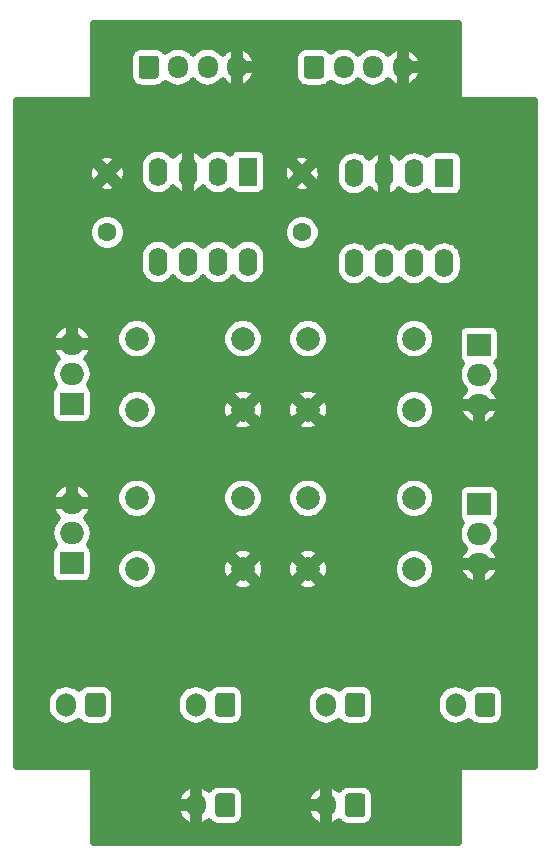
<source format=gbr>
G04 #@! TF.GenerationSoftware,KiCad,Pcbnew,5.1.10-88a1d61d58~90~ubuntu20.04.1*
G04 #@! TF.CreationDate,2022-01-16T20:59:39+00:00*
G04 #@! TF.ProjectId,hp_led_switch,68705f6c-6564-45f7-9377-697463682e6b,rev?*
G04 #@! TF.SameCoordinates,Original*
G04 #@! TF.FileFunction,Copper,L2,Bot*
G04 #@! TF.FilePolarity,Positive*
%FSLAX46Y46*%
G04 Gerber Fmt 4.6, Leading zero omitted, Abs format (unit mm)*
G04 Created by KiCad (PCBNEW 5.1.10-88a1d61d58~90~ubuntu20.04.1) date 2022-01-16 20:59:39*
%MOMM*%
%LPD*%
G01*
G04 APERTURE LIST*
G04 #@! TA.AperFunction,ComponentPad*
%ADD10O,1.600000X2.400000*%
G04 #@! TD*
G04 #@! TA.AperFunction,ComponentPad*
%ADD11R,1.600000X2.400000*%
G04 #@! TD*
G04 #@! TA.AperFunction,ComponentPad*
%ADD12C,2.000000*%
G04 #@! TD*
G04 #@! TA.AperFunction,ComponentPad*
%ADD13C,1.600000*%
G04 #@! TD*
G04 #@! TA.AperFunction,ComponentPad*
%ADD14O,2.000000X1.905000*%
G04 #@! TD*
G04 #@! TA.AperFunction,ComponentPad*
%ADD15R,2.000000X1.905000*%
G04 #@! TD*
G04 #@! TA.AperFunction,ComponentPad*
%ADD16O,1.700000X2.000000*%
G04 #@! TD*
G04 #@! TA.AperFunction,ComponentPad*
%ADD17O,1.700000X1.950000*%
G04 #@! TD*
G04 #@! TA.AperFunction,Conductor*
%ADD18C,0.500000*%
G04 #@! TD*
G04 #@! TA.AperFunction,Conductor*
%ADD19C,0.100000*%
G04 #@! TD*
G04 APERTURE END LIST*
D10*
X144399000Y-54483000D03*
X136779000Y-46863000D03*
X141859000Y-54483000D03*
X139319000Y-46863000D03*
X139319000Y-54483000D03*
X141859000Y-46863000D03*
X136779000Y-54483000D03*
D11*
X144399000Y-46863000D03*
D10*
X161036000Y-54610000D03*
X153416000Y-46990000D03*
X158496000Y-54610000D03*
X155956000Y-46990000D03*
X155956000Y-54610000D03*
X158496000Y-46990000D03*
X153416000Y-54610000D03*
D11*
X161036000Y-46990000D03*
D12*
X144000000Y-74500000D03*
X135000000Y-74500000D03*
D13*
X149000000Y-47000000D03*
X149000000Y-52000000D03*
D12*
X158500000Y-67000000D03*
X149500000Y-67000000D03*
D13*
X132500000Y-47000000D03*
X132500000Y-52000000D03*
D14*
X164000000Y-80080000D03*
X164000000Y-77540000D03*
D15*
X164000000Y-75000000D03*
D12*
X135000000Y-67000000D03*
X144000000Y-67000000D03*
X158500000Y-80500000D03*
X149500000Y-80500000D03*
X135000000Y-80500000D03*
X144000000Y-80500000D03*
D14*
X164000000Y-66580000D03*
X164000000Y-64040000D03*
D15*
X164000000Y-61500000D03*
D14*
X129500000Y-61420000D03*
X129500000Y-63960000D03*
D15*
X129500000Y-66500000D03*
D14*
X129500000Y-74920000D03*
X129500000Y-77460000D03*
D15*
X129500000Y-80000000D03*
D16*
X151000000Y-100500000D03*
G04 #@! TA.AperFunction,ComponentPad*
G36*
G01*
X154350000Y-99750000D02*
X154350000Y-101250000D01*
G75*
G02*
X154100000Y-101500000I-250000J0D01*
G01*
X152900000Y-101500000D01*
G75*
G02*
X152650000Y-101250000I0J250000D01*
G01*
X152650000Y-99750000D01*
G75*
G02*
X152900000Y-99500000I250000J0D01*
G01*
X154100000Y-99500000D01*
G75*
G02*
X154350000Y-99750000I0J-250000D01*
G01*
G37*
G04 #@! TD.AperFunction*
G04 #@! TA.AperFunction,ComponentPad*
G36*
G01*
X165350000Y-91250000D02*
X165350000Y-92750000D01*
G75*
G02*
X165100000Y-93000000I-250000J0D01*
G01*
X163900000Y-93000000D01*
G75*
G02*
X163650000Y-92750000I0J250000D01*
G01*
X163650000Y-91250000D01*
G75*
G02*
X163900000Y-91000000I250000J0D01*
G01*
X165100000Y-91000000D01*
G75*
G02*
X165350000Y-91250000I0J-250000D01*
G01*
G37*
G04 #@! TD.AperFunction*
X162000000Y-92000000D03*
D12*
X149500000Y-74500000D03*
X158500000Y-74500000D03*
X144000000Y-61000000D03*
X135000000Y-61000000D03*
X149500000Y-61000000D03*
X158500000Y-61000000D03*
D16*
X140000000Y-100500000D03*
G04 #@! TA.AperFunction,ComponentPad*
G36*
G01*
X143350000Y-99750000D02*
X143350000Y-101250000D01*
G75*
G02*
X143100000Y-101500000I-250000J0D01*
G01*
X141900000Y-101500000D01*
G75*
G02*
X141650000Y-101250000I0J250000D01*
G01*
X141650000Y-99750000D01*
G75*
G02*
X141900000Y-99500000I250000J0D01*
G01*
X143100000Y-99500000D01*
G75*
G02*
X143350000Y-99750000I0J-250000D01*
G01*
G37*
G04 #@! TD.AperFunction*
G04 #@! TA.AperFunction,ComponentPad*
G36*
G01*
X143350000Y-91250000D02*
X143350000Y-92750000D01*
G75*
G02*
X143100000Y-93000000I-250000J0D01*
G01*
X141900000Y-93000000D01*
G75*
G02*
X141650000Y-92750000I0J250000D01*
G01*
X141650000Y-91250000D01*
G75*
G02*
X141900000Y-91000000I250000J0D01*
G01*
X143100000Y-91000000D01*
G75*
G02*
X143350000Y-91250000I0J-250000D01*
G01*
G37*
G04 #@! TD.AperFunction*
X140000000Y-92000000D03*
G04 #@! TA.AperFunction,ComponentPad*
G36*
G01*
X154350000Y-91250000D02*
X154350000Y-92750000D01*
G75*
G02*
X154100000Y-93000000I-250000J0D01*
G01*
X152900000Y-93000000D01*
G75*
G02*
X152650000Y-92750000I0J250000D01*
G01*
X152650000Y-91250000D01*
G75*
G02*
X152900000Y-91000000I250000J0D01*
G01*
X154100000Y-91000000D01*
G75*
G02*
X154350000Y-91250000I0J-250000D01*
G01*
G37*
G04 #@! TD.AperFunction*
X151000000Y-92000000D03*
G04 #@! TA.AperFunction,ComponentPad*
G36*
G01*
X132350000Y-91250000D02*
X132350000Y-92750000D01*
G75*
G02*
X132100000Y-93000000I-250000J0D01*
G01*
X130900000Y-93000000D01*
G75*
G02*
X130650000Y-92750000I0J250000D01*
G01*
X130650000Y-91250000D01*
G75*
G02*
X130900000Y-91000000I250000J0D01*
G01*
X132100000Y-91000000D01*
G75*
G02*
X132350000Y-91250000I0J-250000D01*
G01*
G37*
G04 #@! TD.AperFunction*
X129000000Y-92000000D03*
D17*
X157500000Y-38000000D03*
X155000000Y-38000000D03*
X152500000Y-38000000D03*
G04 #@! TA.AperFunction,ComponentPad*
G36*
G01*
X149150000Y-38725000D02*
X149150000Y-37275000D01*
G75*
G02*
X149400000Y-37025000I250000J0D01*
G01*
X150600000Y-37025000D01*
G75*
G02*
X150850000Y-37275000I0J-250000D01*
G01*
X150850000Y-38725000D01*
G75*
G02*
X150600000Y-38975000I-250000J0D01*
G01*
X149400000Y-38975000D01*
G75*
G02*
X149150000Y-38725000I0J250000D01*
G01*
G37*
G04 #@! TD.AperFunction*
X143500000Y-38000000D03*
X141000000Y-38000000D03*
X138500000Y-38000000D03*
G04 #@! TA.AperFunction,ComponentPad*
G36*
G01*
X135150000Y-38725000D02*
X135150000Y-37275000D01*
G75*
G02*
X135400000Y-37025000I250000J0D01*
G01*
X136600000Y-37025000D01*
G75*
G02*
X136850000Y-37275000I0J-250000D01*
G01*
X136850000Y-38725000D01*
G75*
G02*
X136600000Y-38975000I-250000J0D01*
G01*
X135400000Y-38975000D01*
G75*
G02*
X135150000Y-38725000I0J250000D01*
G01*
G37*
G04 #@! TD.AperFunction*
D18*
X162250000Y-40500000D02*
X162254804Y-40548773D01*
X162269030Y-40595671D01*
X162292133Y-40638893D01*
X162323223Y-40676777D01*
X162361107Y-40707867D01*
X162404329Y-40730970D01*
X162451227Y-40745196D01*
X162500000Y-40750000D01*
X168725000Y-40750000D01*
X168725001Y-97250000D01*
X162500000Y-97250000D01*
X162451227Y-97254804D01*
X162404329Y-97269030D01*
X162361107Y-97292133D01*
X162323223Y-97323223D01*
X162292133Y-97361107D01*
X162269030Y-97404329D01*
X162254804Y-97451227D01*
X162250000Y-97500000D01*
X162250000Y-103725000D01*
X131250000Y-103725000D01*
X131250000Y-100997839D01*
X138443074Y-100997839D01*
X138540850Y-101294897D01*
X138694700Y-101567172D01*
X138898712Y-101804200D01*
X139145046Y-101996873D01*
X139424236Y-102137786D01*
X139505857Y-102171783D01*
X139750000Y-102040200D01*
X139750000Y-100750000D01*
X138595328Y-100750000D01*
X138443074Y-100997839D01*
X131250000Y-100997839D01*
X131250000Y-100002161D01*
X138443074Y-100002161D01*
X138595328Y-100250000D01*
X139750000Y-100250000D01*
X139750000Y-98959800D01*
X140250000Y-98959800D01*
X140250000Y-100250000D01*
X140270000Y-100250000D01*
X140270000Y-100750000D01*
X140250000Y-100750000D01*
X140250000Y-102040200D01*
X140494143Y-102171783D01*
X140575764Y-102137786D01*
X140854954Y-101996873D01*
X141077807Y-101822566D01*
X141190328Y-101959672D01*
X141342414Y-102084486D01*
X141515928Y-102177231D01*
X141704202Y-102234344D01*
X141900000Y-102253628D01*
X143100000Y-102253628D01*
X143295798Y-102234344D01*
X143484072Y-102177231D01*
X143657586Y-102084486D01*
X143809672Y-101959672D01*
X143934486Y-101807586D01*
X144027231Y-101634072D01*
X144084344Y-101445798D01*
X144103628Y-101250000D01*
X144103628Y-100997839D01*
X149443074Y-100997839D01*
X149540850Y-101294897D01*
X149694700Y-101567172D01*
X149898712Y-101804200D01*
X150145046Y-101996873D01*
X150424236Y-102137786D01*
X150505857Y-102171783D01*
X150750000Y-102040200D01*
X150750000Y-100750000D01*
X149595328Y-100750000D01*
X149443074Y-100997839D01*
X144103628Y-100997839D01*
X144103628Y-100002161D01*
X149443074Y-100002161D01*
X149595328Y-100250000D01*
X150750000Y-100250000D01*
X150750000Y-98959800D01*
X151250000Y-98959800D01*
X151250000Y-100250000D01*
X151270000Y-100250000D01*
X151270000Y-100750000D01*
X151250000Y-100750000D01*
X151250000Y-102040200D01*
X151494143Y-102171783D01*
X151575764Y-102137786D01*
X151854954Y-101996873D01*
X152077807Y-101822566D01*
X152190328Y-101959672D01*
X152342414Y-102084486D01*
X152515928Y-102177231D01*
X152704202Y-102234344D01*
X152900000Y-102253628D01*
X154100000Y-102253628D01*
X154295798Y-102234344D01*
X154484072Y-102177231D01*
X154657586Y-102084486D01*
X154809672Y-101959672D01*
X154934486Y-101807586D01*
X155027231Y-101634072D01*
X155084344Y-101445798D01*
X155103628Y-101250000D01*
X155103628Y-99750000D01*
X155084344Y-99554202D01*
X155027231Y-99365928D01*
X154934486Y-99192414D01*
X154809672Y-99040328D01*
X154657586Y-98915514D01*
X154484072Y-98822769D01*
X154295798Y-98765656D01*
X154100000Y-98746372D01*
X152900000Y-98746372D01*
X152704202Y-98765656D01*
X152515928Y-98822769D01*
X152342414Y-98915514D01*
X152190328Y-99040328D01*
X152077807Y-99177434D01*
X151854954Y-99003127D01*
X151575764Y-98862214D01*
X151494143Y-98828217D01*
X151250000Y-98959800D01*
X150750000Y-98959800D01*
X150505857Y-98828217D01*
X150424236Y-98862214D01*
X150145046Y-99003127D01*
X149898712Y-99195800D01*
X149694700Y-99432828D01*
X149540850Y-99705103D01*
X149443074Y-100002161D01*
X144103628Y-100002161D01*
X144103628Y-99750000D01*
X144084344Y-99554202D01*
X144027231Y-99365928D01*
X143934486Y-99192414D01*
X143809672Y-99040328D01*
X143657586Y-98915514D01*
X143484072Y-98822769D01*
X143295798Y-98765656D01*
X143100000Y-98746372D01*
X141900000Y-98746372D01*
X141704202Y-98765656D01*
X141515928Y-98822769D01*
X141342414Y-98915514D01*
X141190328Y-99040328D01*
X141077807Y-99177434D01*
X140854954Y-99003127D01*
X140575764Y-98862214D01*
X140494143Y-98828217D01*
X140250000Y-98959800D01*
X139750000Y-98959800D01*
X139505857Y-98828217D01*
X139424236Y-98862214D01*
X139145046Y-99003127D01*
X138898712Y-99195800D01*
X138694700Y-99432828D01*
X138540850Y-99705103D01*
X138443074Y-100002161D01*
X131250000Y-100002161D01*
X131250000Y-97500000D01*
X131245196Y-97451227D01*
X131230970Y-97404329D01*
X131207867Y-97361107D01*
X131176777Y-97323223D01*
X131138893Y-97292133D01*
X131095671Y-97269030D01*
X131048773Y-97254804D01*
X131000000Y-97250000D01*
X124775000Y-97250000D01*
X124775000Y-91771403D01*
X127400000Y-91771403D01*
X127400000Y-92228596D01*
X127423151Y-92463654D01*
X127514641Y-92765255D01*
X127663212Y-93043212D01*
X127863155Y-93286845D01*
X128106787Y-93486788D01*
X128384744Y-93635359D01*
X128686345Y-93726849D01*
X129000000Y-93757741D01*
X129313654Y-93726849D01*
X129615255Y-93635359D01*
X129893212Y-93486788D01*
X130084050Y-93330172D01*
X130190328Y-93459672D01*
X130342414Y-93584486D01*
X130515928Y-93677231D01*
X130704202Y-93734344D01*
X130900000Y-93753628D01*
X132100000Y-93753628D01*
X132295798Y-93734344D01*
X132484072Y-93677231D01*
X132657586Y-93584486D01*
X132809672Y-93459672D01*
X132934486Y-93307586D01*
X133027231Y-93134072D01*
X133084344Y-92945798D01*
X133103628Y-92750000D01*
X133103628Y-91771403D01*
X138400000Y-91771403D01*
X138400000Y-92228596D01*
X138423151Y-92463654D01*
X138514641Y-92765255D01*
X138663212Y-93043212D01*
X138863155Y-93286845D01*
X139106787Y-93486788D01*
X139384744Y-93635359D01*
X139686345Y-93726849D01*
X140000000Y-93757741D01*
X140313654Y-93726849D01*
X140615255Y-93635359D01*
X140893212Y-93486788D01*
X141084050Y-93330172D01*
X141190328Y-93459672D01*
X141342414Y-93584486D01*
X141515928Y-93677231D01*
X141704202Y-93734344D01*
X141900000Y-93753628D01*
X143100000Y-93753628D01*
X143295798Y-93734344D01*
X143484072Y-93677231D01*
X143657586Y-93584486D01*
X143809672Y-93459672D01*
X143934486Y-93307586D01*
X144027231Y-93134072D01*
X144084344Y-92945798D01*
X144103628Y-92750000D01*
X144103628Y-91771403D01*
X149400000Y-91771403D01*
X149400000Y-92228596D01*
X149423151Y-92463654D01*
X149514641Y-92765255D01*
X149663212Y-93043212D01*
X149863155Y-93286845D01*
X150106787Y-93486788D01*
X150384744Y-93635359D01*
X150686345Y-93726849D01*
X151000000Y-93757741D01*
X151313654Y-93726849D01*
X151615255Y-93635359D01*
X151893212Y-93486788D01*
X152084050Y-93330172D01*
X152190328Y-93459672D01*
X152342414Y-93584486D01*
X152515928Y-93677231D01*
X152704202Y-93734344D01*
X152900000Y-93753628D01*
X154100000Y-93753628D01*
X154295798Y-93734344D01*
X154484072Y-93677231D01*
X154657586Y-93584486D01*
X154809672Y-93459672D01*
X154934486Y-93307586D01*
X155027231Y-93134072D01*
X155084344Y-92945798D01*
X155103628Y-92750000D01*
X155103628Y-91771403D01*
X160400000Y-91771403D01*
X160400000Y-92228596D01*
X160423151Y-92463654D01*
X160514641Y-92765255D01*
X160663212Y-93043212D01*
X160863155Y-93286845D01*
X161106787Y-93486788D01*
X161384744Y-93635359D01*
X161686345Y-93726849D01*
X162000000Y-93757741D01*
X162313654Y-93726849D01*
X162615255Y-93635359D01*
X162893212Y-93486788D01*
X163084050Y-93330172D01*
X163190328Y-93459672D01*
X163342414Y-93584486D01*
X163515928Y-93677231D01*
X163704202Y-93734344D01*
X163900000Y-93753628D01*
X165100000Y-93753628D01*
X165295798Y-93734344D01*
X165484072Y-93677231D01*
X165657586Y-93584486D01*
X165809672Y-93459672D01*
X165934486Y-93307586D01*
X166027231Y-93134072D01*
X166084344Y-92945798D01*
X166103628Y-92750000D01*
X166103628Y-91250000D01*
X166084344Y-91054202D01*
X166027231Y-90865928D01*
X165934486Y-90692414D01*
X165809672Y-90540328D01*
X165657586Y-90415514D01*
X165484072Y-90322769D01*
X165295798Y-90265656D01*
X165100000Y-90246372D01*
X163900000Y-90246372D01*
X163704202Y-90265656D01*
X163515928Y-90322769D01*
X163342414Y-90415514D01*
X163190328Y-90540328D01*
X163084050Y-90669828D01*
X162893213Y-90513212D01*
X162615256Y-90364641D01*
X162313655Y-90273151D01*
X162000000Y-90242259D01*
X161686346Y-90273151D01*
X161384745Y-90364641D01*
X161106788Y-90513212D01*
X160863155Y-90713155D01*
X160663212Y-90956787D01*
X160514641Y-91234744D01*
X160423151Y-91536345D01*
X160400000Y-91771403D01*
X155103628Y-91771403D01*
X155103628Y-91250000D01*
X155084344Y-91054202D01*
X155027231Y-90865928D01*
X154934486Y-90692414D01*
X154809672Y-90540328D01*
X154657586Y-90415514D01*
X154484072Y-90322769D01*
X154295798Y-90265656D01*
X154100000Y-90246372D01*
X152900000Y-90246372D01*
X152704202Y-90265656D01*
X152515928Y-90322769D01*
X152342414Y-90415514D01*
X152190328Y-90540328D01*
X152084050Y-90669828D01*
X151893213Y-90513212D01*
X151615256Y-90364641D01*
X151313655Y-90273151D01*
X151000000Y-90242259D01*
X150686346Y-90273151D01*
X150384745Y-90364641D01*
X150106788Y-90513212D01*
X149863155Y-90713155D01*
X149663212Y-90956787D01*
X149514641Y-91234744D01*
X149423151Y-91536345D01*
X149400000Y-91771403D01*
X144103628Y-91771403D01*
X144103628Y-91250000D01*
X144084344Y-91054202D01*
X144027231Y-90865928D01*
X143934486Y-90692414D01*
X143809672Y-90540328D01*
X143657586Y-90415514D01*
X143484072Y-90322769D01*
X143295798Y-90265656D01*
X143100000Y-90246372D01*
X141900000Y-90246372D01*
X141704202Y-90265656D01*
X141515928Y-90322769D01*
X141342414Y-90415514D01*
X141190328Y-90540328D01*
X141084050Y-90669828D01*
X140893213Y-90513212D01*
X140615256Y-90364641D01*
X140313655Y-90273151D01*
X140000000Y-90242259D01*
X139686346Y-90273151D01*
X139384745Y-90364641D01*
X139106788Y-90513212D01*
X138863155Y-90713155D01*
X138663212Y-90956787D01*
X138514641Y-91234744D01*
X138423151Y-91536345D01*
X138400000Y-91771403D01*
X133103628Y-91771403D01*
X133103628Y-91250000D01*
X133084344Y-91054202D01*
X133027231Y-90865928D01*
X132934486Y-90692414D01*
X132809672Y-90540328D01*
X132657586Y-90415514D01*
X132484072Y-90322769D01*
X132295798Y-90265656D01*
X132100000Y-90246372D01*
X130900000Y-90246372D01*
X130704202Y-90265656D01*
X130515928Y-90322769D01*
X130342414Y-90415514D01*
X130190328Y-90540328D01*
X130084050Y-90669828D01*
X129893213Y-90513212D01*
X129615256Y-90364641D01*
X129313655Y-90273151D01*
X129000000Y-90242259D01*
X128686346Y-90273151D01*
X128384745Y-90364641D01*
X128106788Y-90513212D01*
X127863155Y-90713155D01*
X127663212Y-90956787D01*
X127514641Y-91234744D01*
X127423151Y-91536345D01*
X127400000Y-91771403D01*
X124775000Y-91771403D01*
X124775000Y-77460000D01*
X127741763Y-77460000D01*
X127774634Y-77793748D01*
X127871985Y-78114671D01*
X128030074Y-78410435D01*
X128055816Y-78441801D01*
X127967105Y-78514605D01*
X127873381Y-78628807D01*
X127803739Y-78759099D01*
X127760853Y-78900474D01*
X127746372Y-79047500D01*
X127746372Y-80952500D01*
X127760853Y-81099526D01*
X127803739Y-81240901D01*
X127873381Y-81371193D01*
X127967105Y-81485395D01*
X128081307Y-81579119D01*
X128211599Y-81648761D01*
X128352974Y-81691647D01*
X128500000Y-81706128D01*
X130500000Y-81706128D01*
X130647026Y-81691647D01*
X130788401Y-81648761D01*
X130918693Y-81579119D01*
X131032895Y-81485395D01*
X131126619Y-81371193D01*
X131196261Y-81240901D01*
X131239147Y-81099526D01*
X131253628Y-80952500D01*
X131253628Y-80327640D01*
X133250000Y-80327640D01*
X133250000Y-80672360D01*
X133317251Y-81010456D01*
X133449170Y-81328936D01*
X133640686Y-81615560D01*
X133884440Y-81859314D01*
X134171064Y-82050830D01*
X134489544Y-82182749D01*
X134827640Y-82250000D01*
X135172360Y-82250000D01*
X135510456Y-82182749D01*
X135828936Y-82050830D01*
X136115560Y-81859314D01*
X136201411Y-81773463D01*
X143080091Y-81773463D01*
X143179152Y-82055127D01*
X143498313Y-82185385D01*
X143836755Y-82250875D01*
X144181470Y-82249080D01*
X144519212Y-82180068D01*
X144820848Y-82055127D01*
X144919909Y-81773463D01*
X148580091Y-81773463D01*
X148679152Y-82055127D01*
X148998313Y-82185385D01*
X149336755Y-82250875D01*
X149681470Y-82249080D01*
X150019212Y-82180068D01*
X150320848Y-82055127D01*
X150419909Y-81773463D01*
X149500000Y-80853553D01*
X148580091Y-81773463D01*
X144919909Y-81773463D01*
X144000000Y-80853553D01*
X143080091Y-81773463D01*
X136201411Y-81773463D01*
X136359314Y-81615560D01*
X136550830Y-81328936D01*
X136682749Y-81010456D01*
X136750000Y-80672360D01*
X136750000Y-80336755D01*
X142249125Y-80336755D01*
X142250920Y-80681470D01*
X142319932Y-81019212D01*
X142444873Y-81320848D01*
X142726537Y-81419909D01*
X143646447Y-80500000D01*
X144353553Y-80500000D01*
X145273463Y-81419909D01*
X145555127Y-81320848D01*
X145685385Y-81001687D01*
X145750875Y-80663245D01*
X145749175Y-80336755D01*
X147749125Y-80336755D01*
X147750920Y-80681470D01*
X147819932Y-81019212D01*
X147944873Y-81320848D01*
X148226537Y-81419909D01*
X149146447Y-80500000D01*
X149853553Y-80500000D01*
X150773463Y-81419909D01*
X151055127Y-81320848D01*
X151185385Y-81001687D01*
X151250875Y-80663245D01*
X151249128Y-80327640D01*
X156750000Y-80327640D01*
X156750000Y-80672360D01*
X156817251Y-81010456D01*
X156949170Y-81328936D01*
X157140686Y-81615560D01*
X157384440Y-81859314D01*
X157671064Y-82050830D01*
X157989544Y-82182749D01*
X158327640Y-82250000D01*
X158672360Y-82250000D01*
X159010456Y-82182749D01*
X159328936Y-82050830D01*
X159615560Y-81859314D01*
X159859314Y-81615560D01*
X160050830Y-81328936D01*
X160182749Y-81010456D01*
X160250000Y-80672360D01*
X160250000Y-80590365D01*
X162328297Y-80590365D01*
X162335163Y-80602620D01*
X162468198Y-80908105D01*
X162658274Y-81181766D01*
X162898086Y-81413087D01*
X163178419Y-81593178D01*
X163488499Y-81715118D01*
X163750000Y-81580073D01*
X163750000Y-80330000D01*
X164250000Y-80330000D01*
X164250000Y-81580073D01*
X164511501Y-81715118D01*
X164821581Y-81593178D01*
X165101914Y-81413087D01*
X165341726Y-81181766D01*
X165531802Y-80908105D01*
X165664837Y-80602620D01*
X165671703Y-80590365D01*
X165541731Y-80330000D01*
X164250000Y-80330000D01*
X163750000Y-80330000D01*
X162458269Y-80330000D01*
X162328297Y-80590365D01*
X160250000Y-80590365D01*
X160250000Y-80327640D01*
X160182749Y-79989544D01*
X160050830Y-79671064D01*
X159859314Y-79384440D01*
X159615560Y-79140686D01*
X159328936Y-78949170D01*
X159010456Y-78817251D01*
X158672360Y-78750000D01*
X158327640Y-78750000D01*
X157989544Y-78817251D01*
X157671064Y-78949170D01*
X157384440Y-79140686D01*
X157140686Y-79384440D01*
X156949170Y-79671064D01*
X156817251Y-79989544D01*
X156750000Y-80327640D01*
X151249128Y-80327640D01*
X151249080Y-80318530D01*
X151180068Y-79980788D01*
X151055127Y-79679152D01*
X150773463Y-79580091D01*
X149853553Y-80500000D01*
X149146447Y-80500000D01*
X148226537Y-79580091D01*
X147944873Y-79679152D01*
X147814615Y-79998313D01*
X147749125Y-80336755D01*
X145749175Y-80336755D01*
X145749080Y-80318530D01*
X145680068Y-79980788D01*
X145555127Y-79679152D01*
X145273463Y-79580091D01*
X144353553Y-80500000D01*
X143646447Y-80500000D01*
X142726537Y-79580091D01*
X142444873Y-79679152D01*
X142314615Y-79998313D01*
X142249125Y-80336755D01*
X136750000Y-80336755D01*
X136750000Y-80327640D01*
X136682749Y-79989544D01*
X136550830Y-79671064D01*
X136359314Y-79384440D01*
X136201411Y-79226537D01*
X143080091Y-79226537D01*
X144000000Y-80146447D01*
X144919909Y-79226537D01*
X148580091Y-79226537D01*
X149500000Y-80146447D01*
X150419909Y-79226537D01*
X150320848Y-78944873D01*
X150001687Y-78814615D01*
X149663245Y-78749125D01*
X149318530Y-78750920D01*
X148980788Y-78819932D01*
X148679152Y-78944873D01*
X148580091Y-79226537D01*
X144919909Y-79226537D01*
X144820848Y-78944873D01*
X144501687Y-78814615D01*
X144163245Y-78749125D01*
X143818530Y-78750920D01*
X143480788Y-78819932D01*
X143179152Y-78944873D01*
X143080091Y-79226537D01*
X136201411Y-79226537D01*
X136115560Y-79140686D01*
X135828936Y-78949170D01*
X135510456Y-78817251D01*
X135172360Y-78750000D01*
X134827640Y-78750000D01*
X134489544Y-78817251D01*
X134171064Y-78949170D01*
X133884440Y-79140686D01*
X133640686Y-79384440D01*
X133449170Y-79671064D01*
X133317251Y-79989544D01*
X133250000Y-80327640D01*
X131253628Y-80327640D01*
X131253628Y-79047500D01*
X131239147Y-78900474D01*
X131196261Y-78759099D01*
X131126619Y-78628807D01*
X131032895Y-78514605D01*
X130944184Y-78441801D01*
X130969926Y-78410435D01*
X131128015Y-78114671D01*
X131225366Y-77793748D01*
X131250357Y-77540000D01*
X162241763Y-77540000D01*
X162274634Y-77873748D01*
X162371985Y-78194671D01*
X162530074Y-78490435D01*
X162742826Y-78749674D01*
X162825167Y-78817250D01*
X162658274Y-78978234D01*
X162468198Y-79251895D01*
X162335163Y-79557380D01*
X162328297Y-79569635D01*
X162458269Y-79830000D01*
X163750000Y-79830000D01*
X163750000Y-79810000D01*
X164250000Y-79810000D01*
X164250000Y-79830000D01*
X165541731Y-79830000D01*
X165671703Y-79569635D01*
X165664837Y-79557380D01*
X165531802Y-79251895D01*
X165341726Y-78978234D01*
X165174833Y-78817250D01*
X165257174Y-78749674D01*
X165469926Y-78490435D01*
X165628015Y-78194671D01*
X165725366Y-77873748D01*
X165758237Y-77540000D01*
X165725366Y-77206252D01*
X165628015Y-76885329D01*
X165469926Y-76589565D01*
X165444184Y-76558199D01*
X165532895Y-76485395D01*
X165626619Y-76371193D01*
X165696261Y-76240901D01*
X165739147Y-76099526D01*
X165753628Y-75952500D01*
X165753628Y-74047500D01*
X165739147Y-73900474D01*
X165696261Y-73759099D01*
X165626619Y-73628807D01*
X165532895Y-73514605D01*
X165418693Y-73420881D01*
X165288401Y-73351239D01*
X165147026Y-73308353D01*
X165000000Y-73293872D01*
X163000000Y-73293872D01*
X162852974Y-73308353D01*
X162711599Y-73351239D01*
X162581307Y-73420881D01*
X162467105Y-73514605D01*
X162373381Y-73628807D01*
X162303739Y-73759099D01*
X162260853Y-73900474D01*
X162246372Y-74047500D01*
X162246372Y-75952500D01*
X162260853Y-76099526D01*
X162303739Y-76240901D01*
X162373381Y-76371193D01*
X162467105Y-76485395D01*
X162555816Y-76558199D01*
X162530074Y-76589565D01*
X162371985Y-76885329D01*
X162274634Y-77206252D01*
X162241763Y-77540000D01*
X131250357Y-77540000D01*
X131258237Y-77460000D01*
X131225366Y-77126252D01*
X131128015Y-76805329D01*
X130969926Y-76509565D01*
X130757174Y-76250326D01*
X130674833Y-76182750D01*
X130841726Y-76021766D01*
X131031802Y-75748105D01*
X131164837Y-75442620D01*
X131171703Y-75430365D01*
X131041731Y-75170000D01*
X129750000Y-75170000D01*
X129750000Y-75190000D01*
X129250000Y-75190000D01*
X129250000Y-75170000D01*
X127958269Y-75170000D01*
X127828297Y-75430365D01*
X127835163Y-75442620D01*
X127968198Y-75748105D01*
X128158274Y-76021766D01*
X128325167Y-76182750D01*
X128242826Y-76250326D01*
X128030074Y-76509565D01*
X127871985Y-76805329D01*
X127774634Y-77126252D01*
X127741763Y-77460000D01*
X124775000Y-77460000D01*
X124775000Y-74409635D01*
X127828297Y-74409635D01*
X127958269Y-74670000D01*
X129250000Y-74670000D01*
X129250000Y-73419927D01*
X129750000Y-73419927D01*
X129750000Y-74670000D01*
X131041731Y-74670000D01*
X131171703Y-74409635D01*
X131164837Y-74397380D01*
X131134467Y-74327640D01*
X133250000Y-74327640D01*
X133250000Y-74672360D01*
X133317251Y-75010456D01*
X133449170Y-75328936D01*
X133640686Y-75615560D01*
X133884440Y-75859314D01*
X134171064Y-76050830D01*
X134489544Y-76182749D01*
X134827640Y-76250000D01*
X135172360Y-76250000D01*
X135510456Y-76182749D01*
X135828936Y-76050830D01*
X136115560Y-75859314D01*
X136359314Y-75615560D01*
X136550830Y-75328936D01*
X136682749Y-75010456D01*
X136750000Y-74672360D01*
X136750000Y-74327640D01*
X142250000Y-74327640D01*
X142250000Y-74672360D01*
X142317251Y-75010456D01*
X142449170Y-75328936D01*
X142640686Y-75615560D01*
X142884440Y-75859314D01*
X143171064Y-76050830D01*
X143489544Y-76182749D01*
X143827640Y-76250000D01*
X144172360Y-76250000D01*
X144510456Y-76182749D01*
X144828936Y-76050830D01*
X145115560Y-75859314D01*
X145359314Y-75615560D01*
X145550830Y-75328936D01*
X145682749Y-75010456D01*
X145750000Y-74672360D01*
X145750000Y-74327640D01*
X147750000Y-74327640D01*
X147750000Y-74672360D01*
X147817251Y-75010456D01*
X147949170Y-75328936D01*
X148140686Y-75615560D01*
X148384440Y-75859314D01*
X148671064Y-76050830D01*
X148989544Y-76182749D01*
X149327640Y-76250000D01*
X149672360Y-76250000D01*
X150010456Y-76182749D01*
X150328936Y-76050830D01*
X150615560Y-75859314D01*
X150859314Y-75615560D01*
X151050830Y-75328936D01*
X151182749Y-75010456D01*
X151250000Y-74672360D01*
X151250000Y-74327640D01*
X156750000Y-74327640D01*
X156750000Y-74672360D01*
X156817251Y-75010456D01*
X156949170Y-75328936D01*
X157140686Y-75615560D01*
X157384440Y-75859314D01*
X157671064Y-76050830D01*
X157989544Y-76182749D01*
X158327640Y-76250000D01*
X158672360Y-76250000D01*
X159010456Y-76182749D01*
X159328936Y-76050830D01*
X159615560Y-75859314D01*
X159859314Y-75615560D01*
X160050830Y-75328936D01*
X160182749Y-75010456D01*
X160250000Y-74672360D01*
X160250000Y-74327640D01*
X160182749Y-73989544D01*
X160050830Y-73671064D01*
X159859314Y-73384440D01*
X159615560Y-73140686D01*
X159328936Y-72949170D01*
X159010456Y-72817251D01*
X158672360Y-72750000D01*
X158327640Y-72750000D01*
X157989544Y-72817251D01*
X157671064Y-72949170D01*
X157384440Y-73140686D01*
X157140686Y-73384440D01*
X156949170Y-73671064D01*
X156817251Y-73989544D01*
X156750000Y-74327640D01*
X151250000Y-74327640D01*
X151182749Y-73989544D01*
X151050830Y-73671064D01*
X150859314Y-73384440D01*
X150615560Y-73140686D01*
X150328936Y-72949170D01*
X150010456Y-72817251D01*
X149672360Y-72750000D01*
X149327640Y-72750000D01*
X148989544Y-72817251D01*
X148671064Y-72949170D01*
X148384440Y-73140686D01*
X148140686Y-73384440D01*
X147949170Y-73671064D01*
X147817251Y-73989544D01*
X147750000Y-74327640D01*
X145750000Y-74327640D01*
X145682749Y-73989544D01*
X145550830Y-73671064D01*
X145359314Y-73384440D01*
X145115560Y-73140686D01*
X144828936Y-72949170D01*
X144510456Y-72817251D01*
X144172360Y-72750000D01*
X143827640Y-72750000D01*
X143489544Y-72817251D01*
X143171064Y-72949170D01*
X142884440Y-73140686D01*
X142640686Y-73384440D01*
X142449170Y-73671064D01*
X142317251Y-73989544D01*
X142250000Y-74327640D01*
X136750000Y-74327640D01*
X136682749Y-73989544D01*
X136550830Y-73671064D01*
X136359314Y-73384440D01*
X136115560Y-73140686D01*
X135828936Y-72949170D01*
X135510456Y-72817251D01*
X135172360Y-72750000D01*
X134827640Y-72750000D01*
X134489544Y-72817251D01*
X134171064Y-72949170D01*
X133884440Y-73140686D01*
X133640686Y-73384440D01*
X133449170Y-73671064D01*
X133317251Y-73989544D01*
X133250000Y-74327640D01*
X131134467Y-74327640D01*
X131031802Y-74091895D01*
X130841726Y-73818234D01*
X130601914Y-73586913D01*
X130321581Y-73406822D01*
X130011501Y-73284882D01*
X129750000Y-73419927D01*
X129250000Y-73419927D01*
X128988499Y-73284882D01*
X128678419Y-73406822D01*
X128398086Y-73586913D01*
X128158274Y-73818234D01*
X127968198Y-74091895D01*
X127835163Y-74397380D01*
X127828297Y-74409635D01*
X124775000Y-74409635D01*
X124775000Y-63960000D01*
X127741763Y-63960000D01*
X127774634Y-64293748D01*
X127871985Y-64614671D01*
X128030074Y-64910435D01*
X128055816Y-64941801D01*
X127967105Y-65014605D01*
X127873381Y-65128807D01*
X127803739Y-65259099D01*
X127760853Y-65400474D01*
X127746372Y-65547500D01*
X127746372Y-67452500D01*
X127760853Y-67599526D01*
X127803739Y-67740901D01*
X127873381Y-67871193D01*
X127967105Y-67985395D01*
X128081307Y-68079119D01*
X128211599Y-68148761D01*
X128352974Y-68191647D01*
X128500000Y-68206128D01*
X130500000Y-68206128D01*
X130647026Y-68191647D01*
X130788401Y-68148761D01*
X130918693Y-68079119D01*
X131032895Y-67985395D01*
X131126619Y-67871193D01*
X131196261Y-67740901D01*
X131239147Y-67599526D01*
X131253628Y-67452500D01*
X131253628Y-66827640D01*
X133250000Y-66827640D01*
X133250000Y-67172360D01*
X133317251Y-67510456D01*
X133449170Y-67828936D01*
X133640686Y-68115560D01*
X133884440Y-68359314D01*
X134171064Y-68550830D01*
X134489544Y-68682749D01*
X134827640Y-68750000D01*
X135172360Y-68750000D01*
X135510456Y-68682749D01*
X135828936Y-68550830D01*
X136115560Y-68359314D01*
X136201411Y-68273463D01*
X143080091Y-68273463D01*
X143179152Y-68555127D01*
X143498313Y-68685385D01*
X143836755Y-68750875D01*
X144181470Y-68749080D01*
X144519212Y-68680068D01*
X144820848Y-68555127D01*
X144919909Y-68273463D01*
X148580091Y-68273463D01*
X148679152Y-68555127D01*
X148998313Y-68685385D01*
X149336755Y-68750875D01*
X149681470Y-68749080D01*
X150019212Y-68680068D01*
X150320848Y-68555127D01*
X150419909Y-68273463D01*
X149500000Y-67353553D01*
X148580091Y-68273463D01*
X144919909Y-68273463D01*
X144000000Y-67353553D01*
X143080091Y-68273463D01*
X136201411Y-68273463D01*
X136359314Y-68115560D01*
X136550830Y-67828936D01*
X136682749Y-67510456D01*
X136750000Y-67172360D01*
X136750000Y-66836755D01*
X142249125Y-66836755D01*
X142250920Y-67181470D01*
X142319932Y-67519212D01*
X142444873Y-67820848D01*
X142726537Y-67919909D01*
X143646447Y-67000000D01*
X144353553Y-67000000D01*
X145273463Y-67919909D01*
X145555127Y-67820848D01*
X145685385Y-67501687D01*
X145750875Y-67163245D01*
X145749175Y-66836755D01*
X147749125Y-66836755D01*
X147750920Y-67181470D01*
X147819932Y-67519212D01*
X147944873Y-67820848D01*
X148226537Y-67919909D01*
X149146447Y-67000000D01*
X149853553Y-67000000D01*
X150773463Y-67919909D01*
X151055127Y-67820848D01*
X151185385Y-67501687D01*
X151250875Y-67163245D01*
X151249128Y-66827640D01*
X156750000Y-66827640D01*
X156750000Y-67172360D01*
X156817251Y-67510456D01*
X156949170Y-67828936D01*
X157140686Y-68115560D01*
X157384440Y-68359314D01*
X157671064Y-68550830D01*
X157989544Y-68682749D01*
X158327640Y-68750000D01*
X158672360Y-68750000D01*
X159010456Y-68682749D01*
X159328936Y-68550830D01*
X159615560Y-68359314D01*
X159859314Y-68115560D01*
X160050830Y-67828936D01*
X160182749Y-67510456D01*
X160250000Y-67172360D01*
X160250000Y-67090365D01*
X162328297Y-67090365D01*
X162335163Y-67102620D01*
X162468198Y-67408105D01*
X162658274Y-67681766D01*
X162898086Y-67913087D01*
X163178419Y-68093178D01*
X163488499Y-68215118D01*
X163750000Y-68080073D01*
X163750000Y-66830000D01*
X164250000Y-66830000D01*
X164250000Y-68080073D01*
X164511501Y-68215118D01*
X164821581Y-68093178D01*
X165101914Y-67913087D01*
X165341726Y-67681766D01*
X165531802Y-67408105D01*
X165664837Y-67102620D01*
X165671703Y-67090365D01*
X165541731Y-66830000D01*
X164250000Y-66830000D01*
X163750000Y-66830000D01*
X162458269Y-66830000D01*
X162328297Y-67090365D01*
X160250000Y-67090365D01*
X160250000Y-66827640D01*
X160182749Y-66489544D01*
X160050830Y-66171064D01*
X159859314Y-65884440D01*
X159615560Y-65640686D01*
X159328936Y-65449170D01*
X159010456Y-65317251D01*
X158672360Y-65250000D01*
X158327640Y-65250000D01*
X157989544Y-65317251D01*
X157671064Y-65449170D01*
X157384440Y-65640686D01*
X157140686Y-65884440D01*
X156949170Y-66171064D01*
X156817251Y-66489544D01*
X156750000Y-66827640D01*
X151249128Y-66827640D01*
X151249080Y-66818530D01*
X151180068Y-66480788D01*
X151055127Y-66179152D01*
X150773463Y-66080091D01*
X149853553Y-67000000D01*
X149146447Y-67000000D01*
X148226537Y-66080091D01*
X147944873Y-66179152D01*
X147814615Y-66498313D01*
X147749125Y-66836755D01*
X145749175Y-66836755D01*
X145749080Y-66818530D01*
X145680068Y-66480788D01*
X145555127Y-66179152D01*
X145273463Y-66080091D01*
X144353553Y-67000000D01*
X143646447Y-67000000D01*
X142726537Y-66080091D01*
X142444873Y-66179152D01*
X142314615Y-66498313D01*
X142249125Y-66836755D01*
X136750000Y-66836755D01*
X136750000Y-66827640D01*
X136682749Y-66489544D01*
X136550830Y-66171064D01*
X136359314Y-65884440D01*
X136201411Y-65726537D01*
X143080091Y-65726537D01*
X144000000Y-66646447D01*
X144919909Y-65726537D01*
X148580091Y-65726537D01*
X149500000Y-66646447D01*
X150419909Y-65726537D01*
X150320848Y-65444873D01*
X150001687Y-65314615D01*
X149663245Y-65249125D01*
X149318530Y-65250920D01*
X148980788Y-65319932D01*
X148679152Y-65444873D01*
X148580091Y-65726537D01*
X144919909Y-65726537D01*
X144820848Y-65444873D01*
X144501687Y-65314615D01*
X144163245Y-65249125D01*
X143818530Y-65250920D01*
X143480788Y-65319932D01*
X143179152Y-65444873D01*
X143080091Y-65726537D01*
X136201411Y-65726537D01*
X136115560Y-65640686D01*
X135828936Y-65449170D01*
X135510456Y-65317251D01*
X135172360Y-65250000D01*
X134827640Y-65250000D01*
X134489544Y-65317251D01*
X134171064Y-65449170D01*
X133884440Y-65640686D01*
X133640686Y-65884440D01*
X133449170Y-66171064D01*
X133317251Y-66489544D01*
X133250000Y-66827640D01*
X131253628Y-66827640D01*
X131253628Y-65547500D01*
X131239147Y-65400474D01*
X131196261Y-65259099D01*
X131126619Y-65128807D01*
X131032895Y-65014605D01*
X130944184Y-64941801D01*
X130969926Y-64910435D01*
X131128015Y-64614671D01*
X131225366Y-64293748D01*
X131250357Y-64040000D01*
X162241763Y-64040000D01*
X162274634Y-64373748D01*
X162371985Y-64694671D01*
X162530074Y-64990435D01*
X162742826Y-65249674D01*
X162825167Y-65317250D01*
X162658274Y-65478234D01*
X162468198Y-65751895D01*
X162335163Y-66057380D01*
X162328297Y-66069635D01*
X162458269Y-66330000D01*
X163750000Y-66330000D01*
X163750000Y-66310000D01*
X164250000Y-66310000D01*
X164250000Y-66330000D01*
X165541731Y-66330000D01*
X165671703Y-66069635D01*
X165664837Y-66057380D01*
X165531802Y-65751895D01*
X165341726Y-65478234D01*
X165174833Y-65317250D01*
X165257174Y-65249674D01*
X165469926Y-64990435D01*
X165628015Y-64694671D01*
X165725366Y-64373748D01*
X165758237Y-64040000D01*
X165725366Y-63706252D01*
X165628015Y-63385329D01*
X165469926Y-63089565D01*
X165444184Y-63058199D01*
X165532895Y-62985395D01*
X165626619Y-62871193D01*
X165696261Y-62740901D01*
X165739147Y-62599526D01*
X165753628Y-62452500D01*
X165753628Y-60547500D01*
X165739147Y-60400474D01*
X165696261Y-60259099D01*
X165626619Y-60128807D01*
X165532895Y-60014605D01*
X165418693Y-59920881D01*
X165288401Y-59851239D01*
X165147026Y-59808353D01*
X165000000Y-59793872D01*
X163000000Y-59793872D01*
X162852974Y-59808353D01*
X162711599Y-59851239D01*
X162581307Y-59920881D01*
X162467105Y-60014605D01*
X162373381Y-60128807D01*
X162303739Y-60259099D01*
X162260853Y-60400474D01*
X162246372Y-60547500D01*
X162246372Y-62452500D01*
X162260853Y-62599526D01*
X162303739Y-62740901D01*
X162373381Y-62871193D01*
X162467105Y-62985395D01*
X162555816Y-63058199D01*
X162530074Y-63089565D01*
X162371985Y-63385329D01*
X162274634Y-63706252D01*
X162241763Y-64040000D01*
X131250357Y-64040000D01*
X131258237Y-63960000D01*
X131225366Y-63626252D01*
X131128015Y-63305329D01*
X130969926Y-63009565D01*
X130757174Y-62750326D01*
X130674833Y-62682750D01*
X130841726Y-62521766D01*
X131031802Y-62248105D01*
X131164837Y-61942620D01*
X131171703Y-61930365D01*
X131041731Y-61670000D01*
X129750000Y-61670000D01*
X129750000Y-61690000D01*
X129250000Y-61690000D01*
X129250000Y-61670000D01*
X127958269Y-61670000D01*
X127828297Y-61930365D01*
X127835163Y-61942620D01*
X127968198Y-62248105D01*
X128158274Y-62521766D01*
X128325167Y-62682750D01*
X128242826Y-62750326D01*
X128030074Y-63009565D01*
X127871985Y-63305329D01*
X127774634Y-63626252D01*
X127741763Y-63960000D01*
X124775000Y-63960000D01*
X124775000Y-60909635D01*
X127828297Y-60909635D01*
X127958269Y-61170000D01*
X129250000Y-61170000D01*
X129250000Y-59919927D01*
X129750000Y-59919927D01*
X129750000Y-61170000D01*
X131041731Y-61170000D01*
X131171703Y-60909635D01*
X131164837Y-60897380D01*
X131134467Y-60827640D01*
X133250000Y-60827640D01*
X133250000Y-61172360D01*
X133317251Y-61510456D01*
X133449170Y-61828936D01*
X133640686Y-62115560D01*
X133884440Y-62359314D01*
X134171064Y-62550830D01*
X134489544Y-62682749D01*
X134827640Y-62750000D01*
X135172360Y-62750000D01*
X135510456Y-62682749D01*
X135828936Y-62550830D01*
X136115560Y-62359314D01*
X136359314Y-62115560D01*
X136550830Y-61828936D01*
X136682749Y-61510456D01*
X136750000Y-61172360D01*
X136750000Y-60827640D01*
X142250000Y-60827640D01*
X142250000Y-61172360D01*
X142317251Y-61510456D01*
X142449170Y-61828936D01*
X142640686Y-62115560D01*
X142884440Y-62359314D01*
X143171064Y-62550830D01*
X143489544Y-62682749D01*
X143827640Y-62750000D01*
X144172360Y-62750000D01*
X144510456Y-62682749D01*
X144828936Y-62550830D01*
X145115560Y-62359314D01*
X145359314Y-62115560D01*
X145550830Y-61828936D01*
X145682749Y-61510456D01*
X145750000Y-61172360D01*
X145750000Y-60827640D01*
X147750000Y-60827640D01*
X147750000Y-61172360D01*
X147817251Y-61510456D01*
X147949170Y-61828936D01*
X148140686Y-62115560D01*
X148384440Y-62359314D01*
X148671064Y-62550830D01*
X148989544Y-62682749D01*
X149327640Y-62750000D01*
X149672360Y-62750000D01*
X150010456Y-62682749D01*
X150328936Y-62550830D01*
X150615560Y-62359314D01*
X150859314Y-62115560D01*
X151050830Y-61828936D01*
X151182749Y-61510456D01*
X151250000Y-61172360D01*
X151250000Y-60827640D01*
X156750000Y-60827640D01*
X156750000Y-61172360D01*
X156817251Y-61510456D01*
X156949170Y-61828936D01*
X157140686Y-62115560D01*
X157384440Y-62359314D01*
X157671064Y-62550830D01*
X157989544Y-62682749D01*
X158327640Y-62750000D01*
X158672360Y-62750000D01*
X159010456Y-62682749D01*
X159328936Y-62550830D01*
X159615560Y-62359314D01*
X159859314Y-62115560D01*
X160050830Y-61828936D01*
X160182749Y-61510456D01*
X160250000Y-61172360D01*
X160250000Y-60827640D01*
X160182749Y-60489544D01*
X160050830Y-60171064D01*
X159859314Y-59884440D01*
X159615560Y-59640686D01*
X159328936Y-59449170D01*
X159010456Y-59317251D01*
X158672360Y-59250000D01*
X158327640Y-59250000D01*
X157989544Y-59317251D01*
X157671064Y-59449170D01*
X157384440Y-59640686D01*
X157140686Y-59884440D01*
X156949170Y-60171064D01*
X156817251Y-60489544D01*
X156750000Y-60827640D01*
X151250000Y-60827640D01*
X151182749Y-60489544D01*
X151050830Y-60171064D01*
X150859314Y-59884440D01*
X150615560Y-59640686D01*
X150328936Y-59449170D01*
X150010456Y-59317251D01*
X149672360Y-59250000D01*
X149327640Y-59250000D01*
X148989544Y-59317251D01*
X148671064Y-59449170D01*
X148384440Y-59640686D01*
X148140686Y-59884440D01*
X147949170Y-60171064D01*
X147817251Y-60489544D01*
X147750000Y-60827640D01*
X145750000Y-60827640D01*
X145682749Y-60489544D01*
X145550830Y-60171064D01*
X145359314Y-59884440D01*
X145115560Y-59640686D01*
X144828936Y-59449170D01*
X144510456Y-59317251D01*
X144172360Y-59250000D01*
X143827640Y-59250000D01*
X143489544Y-59317251D01*
X143171064Y-59449170D01*
X142884440Y-59640686D01*
X142640686Y-59884440D01*
X142449170Y-60171064D01*
X142317251Y-60489544D01*
X142250000Y-60827640D01*
X136750000Y-60827640D01*
X136682749Y-60489544D01*
X136550830Y-60171064D01*
X136359314Y-59884440D01*
X136115560Y-59640686D01*
X135828936Y-59449170D01*
X135510456Y-59317251D01*
X135172360Y-59250000D01*
X134827640Y-59250000D01*
X134489544Y-59317251D01*
X134171064Y-59449170D01*
X133884440Y-59640686D01*
X133640686Y-59884440D01*
X133449170Y-60171064D01*
X133317251Y-60489544D01*
X133250000Y-60827640D01*
X131134467Y-60827640D01*
X131031802Y-60591895D01*
X130841726Y-60318234D01*
X130601914Y-60086913D01*
X130321581Y-59906822D01*
X130011501Y-59784882D01*
X129750000Y-59919927D01*
X129250000Y-59919927D01*
X128988499Y-59784882D01*
X128678419Y-59906822D01*
X128398086Y-60086913D01*
X128158274Y-60318234D01*
X127968198Y-60591895D01*
X127835163Y-60897380D01*
X127828297Y-60909635D01*
X124775000Y-60909635D01*
X124775000Y-54006862D01*
X135229000Y-54006862D01*
X135229000Y-54959137D01*
X135251428Y-55186852D01*
X135340059Y-55479028D01*
X135483987Y-55748299D01*
X135677682Y-55984318D01*
X135913700Y-56178013D01*
X136182971Y-56321941D01*
X136475147Y-56410572D01*
X136779000Y-56440499D01*
X137082852Y-56410572D01*
X137375028Y-56321941D01*
X137644299Y-56178013D01*
X137880318Y-55984318D01*
X138049000Y-55778778D01*
X138217682Y-55984318D01*
X138453700Y-56178013D01*
X138722971Y-56321941D01*
X139015147Y-56410572D01*
X139319000Y-56440499D01*
X139622852Y-56410572D01*
X139915028Y-56321941D01*
X140184299Y-56178013D01*
X140420318Y-55984318D01*
X140589000Y-55778778D01*
X140757682Y-55984318D01*
X140993700Y-56178013D01*
X141262971Y-56321941D01*
X141555147Y-56410572D01*
X141859000Y-56440499D01*
X142162852Y-56410572D01*
X142455028Y-56321941D01*
X142724299Y-56178013D01*
X142960318Y-55984318D01*
X143129000Y-55778778D01*
X143297682Y-55984318D01*
X143533700Y-56178013D01*
X143802971Y-56321941D01*
X144095147Y-56410572D01*
X144399000Y-56440499D01*
X144702852Y-56410572D01*
X144995028Y-56321941D01*
X145264299Y-56178013D01*
X145500318Y-55984318D01*
X145694013Y-55748300D01*
X145837941Y-55479029D01*
X145926572Y-55186853D01*
X145949000Y-54959138D01*
X145949000Y-54133862D01*
X151866000Y-54133862D01*
X151866000Y-55086137D01*
X151888428Y-55313852D01*
X151977059Y-55606028D01*
X152120987Y-55875299D01*
X152314682Y-56111318D01*
X152550700Y-56305013D01*
X152819971Y-56448941D01*
X153112147Y-56537572D01*
X153416000Y-56567499D01*
X153719852Y-56537572D01*
X154012028Y-56448941D01*
X154281299Y-56305013D01*
X154517318Y-56111318D01*
X154686000Y-55905778D01*
X154854682Y-56111318D01*
X155090700Y-56305013D01*
X155359971Y-56448941D01*
X155652147Y-56537572D01*
X155956000Y-56567499D01*
X156259852Y-56537572D01*
X156552028Y-56448941D01*
X156821299Y-56305013D01*
X157057318Y-56111318D01*
X157226000Y-55905778D01*
X157394682Y-56111318D01*
X157630700Y-56305013D01*
X157899971Y-56448941D01*
X158192147Y-56537572D01*
X158496000Y-56567499D01*
X158799852Y-56537572D01*
X159092028Y-56448941D01*
X159361299Y-56305013D01*
X159597318Y-56111318D01*
X159766000Y-55905778D01*
X159934682Y-56111318D01*
X160170700Y-56305013D01*
X160439971Y-56448941D01*
X160732147Y-56537572D01*
X161036000Y-56567499D01*
X161339852Y-56537572D01*
X161632028Y-56448941D01*
X161901299Y-56305013D01*
X162137318Y-56111318D01*
X162331013Y-55875300D01*
X162474941Y-55606029D01*
X162563572Y-55313853D01*
X162586000Y-55086138D01*
X162586000Y-54133863D01*
X162563572Y-53906147D01*
X162474941Y-53613971D01*
X162331013Y-53344700D01*
X162137318Y-53108682D01*
X161901300Y-52914987D01*
X161632029Y-52771059D01*
X161339853Y-52682428D01*
X161036000Y-52652501D01*
X160732148Y-52682428D01*
X160439972Y-52771059D01*
X160170701Y-52914987D01*
X159934683Y-53108682D01*
X159766000Y-53314222D01*
X159597318Y-53108682D01*
X159361300Y-52914987D01*
X159092029Y-52771059D01*
X158799853Y-52682428D01*
X158496000Y-52652501D01*
X158192148Y-52682428D01*
X157899972Y-52771059D01*
X157630701Y-52914987D01*
X157394683Y-53108682D01*
X157226000Y-53314222D01*
X157057318Y-53108682D01*
X156821300Y-52914987D01*
X156552029Y-52771059D01*
X156259853Y-52682428D01*
X155956000Y-52652501D01*
X155652148Y-52682428D01*
X155359972Y-52771059D01*
X155090701Y-52914987D01*
X154854683Y-53108682D01*
X154686000Y-53314222D01*
X154517318Y-53108682D01*
X154281300Y-52914987D01*
X154012029Y-52771059D01*
X153719853Y-52682428D01*
X153416000Y-52652501D01*
X153112148Y-52682428D01*
X152819972Y-52771059D01*
X152550701Y-52914987D01*
X152314683Y-53108682D01*
X152120987Y-53344700D01*
X151977059Y-53613971D01*
X151888428Y-53906147D01*
X151866000Y-54133862D01*
X145949000Y-54133862D01*
X145949000Y-54006863D01*
X145926572Y-53779147D01*
X145837941Y-53486971D01*
X145694013Y-53217700D01*
X145500318Y-52981682D01*
X145264300Y-52787987D01*
X144995029Y-52644059D01*
X144702853Y-52555428D01*
X144399000Y-52525501D01*
X144095148Y-52555428D01*
X143802972Y-52644059D01*
X143533701Y-52787987D01*
X143297683Y-52981682D01*
X143129000Y-53187222D01*
X142960318Y-52981682D01*
X142724300Y-52787987D01*
X142455029Y-52644059D01*
X142162853Y-52555428D01*
X141859000Y-52525501D01*
X141555148Y-52555428D01*
X141262972Y-52644059D01*
X140993701Y-52787987D01*
X140757683Y-52981682D01*
X140589000Y-53187222D01*
X140420318Y-52981682D01*
X140184300Y-52787987D01*
X139915029Y-52644059D01*
X139622853Y-52555428D01*
X139319000Y-52525501D01*
X139015148Y-52555428D01*
X138722972Y-52644059D01*
X138453701Y-52787987D01*
X138217683Y-52981682D01*
X138049000Y-53187222D01*
X137880318Y-52981682D01*
X137644300Y-52787987D01*
X137375029Y-52644059D01*
X137082853Y-52555428D01*
X136779000Y-52525501D01*
X136475148Y-52555428D01*
X136182972Y-52644059D01*
X135913701Y-52787987D01*
X135677683Y-52981682D01*
X135483987Y-53217700D01*
X135340059Y-53486971D01*
X135251428Y-53779147D01*
X135229000Y-54006862D01*
X124775000Y-54006862D01*
X124775000Y-51847338D01*
X130950000Y-51847338D01*
X130950000Y-52152662D01*
X131009565Y-52452118D01*
X131126408Y-52734200D01*
X131296036Y-52988068D01*
X131511932Y-53203964D01*
X131765800Y-53373592D01*
X132047882Y-53490435D01*
X132347338Y-53550000D01*
X132652662Y-53550000D01*
X132952118Y-53490435D01*
X133234200Y-53373592D01*
X133488068Y-53203964D01*
X133703964Y-52988068D01*
X133873592Y-52734200D01*
X133990435Y-52452118D01*
X134050000Y-52152662D01*
X134050000Y-51847338D01*
X147450000Y-51847338D01*
X147450000Y-52152662D01*
X147509565Y-52452118D01*
X147626408Y-52734200D01*
X147796036Y-52988068D01*
X148011932Y-53203964D01*
X148265800Y-53373592D01*
X148547882Y-53490435D01*
X148847338Y-53550000D01*
X149152662Y-53550000D01*
X149452118Y-53490435D01*
X149734200Y-53373592D01*
X149988068Y-53203964D01*
X150203964Y-52988068D01*
X150373592Y-52734200D01*
X150490435Y-52452118D01*
X150550000Y-52152662D01*
X150550000Y-51847338D01*
X150490435Y-51547882D01*
X150373592Y-51265800D01*
X150203964Y-51011932D01*
X149988068Y-50796036D01*
X149734200Y-50626408D01*
X149452118Y-50509565D01*
X149152662Y-50450000D01*
X148847338Y-50450000D01*
X148547882Y-50509565D01*
X148265800Y-50626408D01*
X148011932Y-50796036D01*
X147796036Y-51011932D01*
X147626408Y-51265800D01*
X147509565Y-51547882D01*
X147450000Y-51847338D01*
X134050000Y-51847338D01*
X133990435Y-51547882D01*
X133873592Y-51265800D01*
X133703964Y-51011932D01*
X133488068Y-50796036D01*
X133234200Y-50626408D01*
X132952118Y-50509565D01*
X132652662Y-50450000D01*
X132347338Y-50450000D01*
X132047882Y-50509565D01*
X131765800Y-50626408D01*
X131511932Y-50796036D01*
X131296036Y-51011932D01*
X131126408Y-51265800D01*
X131009565Y-51547882D01*
X130950000Y-51847338D01*
X124775000Y-51847338D01*
X124775000Y-48129247D01*
X131724306Y-48129247D01*
X131798649Y-48390653D01*
X132083429Y-48500758D01*
X132384216Y-48553190D01*
X132689454Y-48545935D01*
X132987411Y-48479270D01*
X133201351Y-48390653D01*
X133275694Y-48129247D01*
X132500000Y-47353553D01*
X131724306Y-48129247D01*
X124775000Y-48129247D01*
X124775000Y-46884216D01*
X130946810Y-46884216D01*
X130954065Y-47189454D01*
X131020730Y-47487411D01*
X131109347Y-47701351D01*
X131370753Y-47775694D01*
X132146447Y-47000000D01*
X132853553Y-47000000D01*
X133629247Y-47775694D01*
X133890653Y-47701351D01*
X134000758Y-47416571D01*
X134053190Y-47115784D01*
X134045935Y-46810546D01*
X133979270Y-46512589D01*
X133927193Y-46386862D01*
X135229000Y-46386862D01*
X135229000Y-47339137D01*
X135251428Y-47566852D01*
X135340059Y-47859028D01*
X135483987Y-48128299D01*
X135677682Y-48364318D01*
X135913700Y-48558013D01*
X136182971Y-48701941D01*
X136475147Y-48790572D01*
X136779000Y-48820499D01*
X137082852Y-48790572D01*
X137375028Y-48701941D01*
X137644299Y-48558013D01*
X137880318Y-48364318D01*
X138041929Y-48167394D01*
X138070134Y-48213169D01*
X138279499Y-48438553D01*
X138528812Y-48618762D01*
X138832779Y-48734764D01*
X139069000Y-48602368D01*
X139069000Y-47113000D01*
X139049000Y-47113000D01*
X139049000Y-46613000D01*
X139069000Y-46613000D01*
X139069000Y-45123632D01*
X139569000Y-45123632D01*
X139569000Y-46613000D01*
X139589000Y-46613000D01*
X139589000Y-47113000D01*
X139569000Y-47113000D01*
X139569000Y-48602368D01*
X139805221Y-48734764D01*
X140109188Y-48618762D01*
X140358501Y-48438553D01*
X140567866Y-48213169D01*
X140596071Y-48167394D01*
X140757682Y-48364318D01*
X140993700Y-48558013D01*
X141262971Y-48701941D01*
X141555147Y-48790572D01*
X141859000Y-48820499D01*
X142162852Y-48790572D01*
X142455028Y-48701941D01*
X142724299Y-48558013D01*
X142925094Y-48393225D01*
X142972381Y-48481693D01*
X143066105Y-48595895D01*
X143180307Y-48689619D01*
X143310599Y-48759261D01*
X143451974Y-48802147D01*
X143599000Y-48816628D01*
X145199000Y-48816628D01*
X145346026Y-48802147D01*
X145487401Y-48759261D01*
X145617693Y-48689619D01*
X145731895Y-48595895D01*
X145825619Y-48481693D01*
X145895261Y-48351401D01*
X145938147Y-48210026D01*
X145946103Y-48129247D01*
X148224306Y-48129247D01*
X148298649Y-48390653D01*
X148583429Y-48500758D01*
X148884216Y-48553190D01*
X149189454Y-48545935D01*
X149487411Y-48479270D01*
X149701351Y-48390653D01*
X149775694Y-48129247D01*
X149000000Y-47353553D01*
X148224306Y-48129247D01*
X145946103Y-48129247D01*
X145952628Y-48063000D01*
X145952628Y-46884216D01*
X147446810Y-46884216D01*
X147454065Y-47189454D01*
X147520730Y-47487411D01*
X147609347Y-47701351D01*
X147870753Y-47775694D01*
X148646447Y-47000000D01*
X149353553Y-47000000D01*
X150129247Y-47775694D01*
X150390653Y-47701351D01*
X150500758Y-47416571D01*
X150553190Y-47115784D01*
X150545935Y-46810546D01*
X150479555Y-46513862D01*
X151866000Y-46513862D01*
X151866000Y-47466137D01*
X151888428Y-47693852D01*
X151977059Y-47986028D01*
X152120987Y-48255299D01*
X152314682Y-48491318D01*
X152550700Y-48685013D01*
X152819971Y-48828941D01*
X153112147Y-48917572D01*
X153416000Y-48947499D01*
X153719852Y-48917572D01*
X154012028Y-48828941D01*
X154281299Y-48685013D01*
X154517318Y-48491318D01*
X154678929Y-48294394D01*
X154707134Y-48340169D01*
X154916499Y-48565553D01*
X155165812Y-48745762D01*
X155469779Y-48861764D01*
X155706000Y-48729368D01*
X155706000Y-47240000D01*
X155686000Y-47240000D01*
X155686000Y-46740000D01*
X155706000Y-46740000D01*
X155706000Y-45250632D01*
X156206000Y-45250632D01*
X156206000Y-46740000D01*
X156226000Y-46740000D01*
X156226000Y-47240000D01*
X156206000Y-47240000D01*
X156206000Y-48729368D01*
X156442221Y-48861764D01*
X156746188Y-48745762D01*
X156995501Y-48565553D01*
X157204866Y-48340169D01*
X157233071Y-48294394D01*
X157394682Y-48491318D01*
X157630700Y-48685013D01*
X157899971Y-48828941D01*
X158192147Y-48917572D01*
X158496000Y-48947499D01*
X158799852Y-48917572D01*
X159092028Y-48828941D01*
X159361299Y-48685013D01*
X159562094Y-48520225D01*
X159609381Y-48608693D01*
X159703105Y-48722895D01*
X159817307Y-48816619D01*
X159947599Y-48886261D01*
X160088974Y-48929147D01*
X160236000Y-48943628D01*
X161836000Y-48943628D01*
X161983026Y-48929147D01*
X162124401Y-48886261D01*
X162254693Y-48816619D01*
X162368895Y-48722895D01*
X162462619Y-48608693D01*
X162532261Y-48478401D01*
X162575147Y-48337026D01*
X162589628Y-48190000D01*
X162589628Y-45790000D01*
X162575147Y-45642974D01*
X162532261Y-45501599D01*
X162462619Y-45371307D01*
X162368895Y-45257105D01*
X162254693Y-45163381D01*
X162124401Y-45093739D01*
X161983026Y-45050853D01*
X161836000Y-45036372D01*
X160236000Y-45036372D01*
X160088974Y-45050853D01*
X159947599Y-45093739D01*
X159817307Y-45163381D01*
X159703105Y-45257105D01*
X159609381Y-45371307D01*
X159562094Y-45459775D01*
X159361300Y-45294987D01*
X159092029Y-45151059D01*
X158799853Y-45062428D01*
X158496000Y-45032501D01*
X158192148Y-45062428D01*
X157899972Y-45151059D01*
X157630701Y-45294987D01*
X157394683Y-45488682D01*
X157233071Y-45685606D01*
X157204866Y-45639831D01*
X156995501Y-45414447D01*
X156746188Y-45234238D01*
X156442221Y-45118236D01*
X156206000Y-45250632D01*
X155706000Y-45250632D01*
X155469779Y-45118236D01*
X155165812Y-45234238D01*
X154916499Y-45414447D01*
X154707134Y-45639831D01*
X154678929Y-45685606D01*
X154517318Y-45488682D01*
X154281300Y-45294987D01*
X154012029Y-45151059D01*
X153719853Y-45062428D01*
X153416000Y-45032501D01*
X153112148Y-45062428D01*
X152819972Y-45151059D01*
X152550701Y-45294987D01*
X152314683Y-45488682D01*
X152120987Y-45724700D01*
X151977059Y-45993971D01*
X151888428Y-46286147D01*
X151866000Y-46513862D01*
X150479555Y-46513862D01*
X150479270Y-46512589D01*
X150390653Y-46298649D01*
X150129247Y-46224306D01*
X149353553Y-47000000D01*
X148646447Y-47000000D01*
X147870753Y-46224306D01*
X147609347Y-46298649D01*
X147499242Y-46583429D01*
X147446810Y-46884216D01*
X145952628Y-46884216D01*
X145952628Y-45870753D01*
X148224306Y-45870753D01*
X149000000Y-46646447D01*
X149775694Y-45870753D01*
X149701351Y-45609347D01*
X149416571Y-45499242D01*
X149115784Y-45446810D01*
X148810546Y-45454065D01*
X148512589Y-45520730D01*
X148298649Y-45609347D01*
X148224306Y-45870753D01*
X145952628Y-45870753D01*
X145952628Y-45663000D01*
X145938147Y-45515974D01*
X145895261Y-45374599D01*
X145825619Y-45244307D01*
X145731895Y-45130105D01*
X145617693Y-45036381D01*
X145487401Y-44966739D01*
X145346026Y-44923853D01*
X145199000Y-44909372D01*
X143599000Y-44909372D01*
X143451974Y-44923853D01*
X143310599Y-44966739D01*
X143180307Y-45036381D01*
X143066105Y-45130105D01*
X142972381Y-45244307D01*
X142925094Y-45332775D01*
X142724300Y-45167987D01*
X142455029Y-45024059D01*
X142162853Y-44935428D01*
X141859000Y-44905501D01*
X141555148Y-44935428D01*
X141262972Y-45024059D01*
X140993701Y-45167987D01*
X140757683Y-45361682D01*
X140596071Y-45558606D01*
X140567866Y-45512831D01*
X140358501Y-45287447D01*
X140109188Y-45107238D01*
X139805221Y-44991236D01*
X139569000Y-45123632D01*
X139069000Y-45123632D01*
X138832779Y-44991236D01*
X138528812Y-45107238D01*
X138279499Y-45287447D01*
X138070134Y-45512831D01*
X138041929Y-45558606D01*
X137880318Y-45361682D01*
X137644300Y-45167987D01*
X137375029Y-45024059D01*
X137082853Y-44935428D01*
X136779000Y-44905501D01*
X136475148Y-44935428D01*
X136182972Y-45024059D01*
X135913701Y-45167987D01*
X135677683Y-45361682D01*
X135483987Y-45597700D01*
X135340059Y-45866971D01*
X135251428Y-46159147D01*
X135229000Y-46386862D01*
X133927193Y-46386862D01*
X133890653Y-46298649D01*
X133629247Y-46224306D01*
X132853553Y-47000000D01*
X132146447Y-47000000D01*
X131370753Y-46224306D01*
X131109347Y-46298649D01*
X130999242Y-46583429D01*
X130946810Y-46884216D01*
X124775000Y-46884216D01*
X124775000Y-45870753D01*
X131724306Y-45870753D01*
X132500000Y-46646447D01*
X133275694Y-45870753D01*
X133201351Y-45609347D01*
X132916571Y-45499242D01*
X132615784Y-45446810D01*
X132310546Y-45454065D01*
X132012589Y-45520730D01*
X131798649Y-45609347D01*
X131724306Y-45870753D01*
X124775000Y-45870753D01*
X124775000Y-40750000D01*
X131000000Y-40750000D01*
X131048773Y-40745196D01*
X131095671Y-40730970D01*
X131138893Y-40707867D01*
X131176777Y-40676777D01*
X131207867Y-40638893D01*
X131230970Y-40595671D01*
X131245196Y-40548773D01*
X131250000Y-40500000D01*
X131250000Y-37275000D01*
X134396372Y-37275000D01*
X134396372Y-38725000D01*
X134415656Y-38920798D01*
X134472769Y-39109072D01*
X134565514Y-39282586D01*
X134690328Y-39434672D01*
X134842414Y-39559486D01*
X135015928Y-39652231D01*
X135204202Y-39709344D01*
X135400000Y-39728628D01*
X136600000Y-39728628D01*
X136795798Y-39709344D01*
X136984072Y-39652231D01*
X137157586Y-39559486D01*
X137309672Y-39434672D01*
X137415950Y-39305172D01*
X137606788Y-39461788D01*
X137884745Y-39610359D01*
X138186346Y-39701849D01*
X138500000Y-39732741D01*
X138813655Y-39701849D01*
X139115256Y-39610359D01*
X139393213Y-39461788D01*
X139636845Y-39261845D01*
X139750000Y-39123965D01*
X139863155Y-39261845D01*
X140106788Y-39461788D01*
X140384745Y-39610359D01*
X140686346Y-39701849D01*
X141000000Y-39732741D01*
X141313655Y-39701849D01*
X141615256Y-39610359D01*
X141893213Y-39461788D01*
X142136845Y-39261845D01*
X142256760Y-39115728D01*
X142417124Y-39296226D01*
X142666426Y-39484980D01*
X142947762Y-39621471D01*
X143005857Y-39646783D01*
X143250000Y-39515200D01*
X143250000Y-38250000D01*
X143750000Y-38250000D01*
X143750000Y-39515200D01*
X143994143Y-39646783D01*
X144052238Y-39621471D01*
X144333574Y-39484980D01*
X144582876Y-39296226D01*
X144790564Y-39062463D01*
X144948656Y-38792673D01*
X145051077Y-38497225D01*
X144902709Y-38250000D01*
X143750000Y-38250000D01*
X143250000Y-38250000D01*
X143230000Y-38250000D01*
X143230000Y-37750000D01*
X143250000Y-37750000D01*
X143250000Y-36484800D01*
X143750000Y-36484800D01*
X143750000Y-37750000D01*
X144902709Y-37750000D01*
X145051077Y-37502775D01*
X144972116Y-37275000D01*
X148396372Y-37275000D01*
X148396372Y-38725000D01*
X148415656Y-38920798D01*
X148472769Y-39109072D01*
X148565514Y-39282586D01*
X148690328Y-39434672D01*
X148842414Y-39559486D01*
X149015928Y-39652231D01*
X149204202Y-39709344D01*
X149400000Y-39728628D01*
X150600000Y-39728628D01*
X150795798Y-39709344D01*
X150984072Y-39652231D01*
X151157586Y-39559486D01*
X151309672Y-39434672D01*
X151415950Y-39305172D01*
X151606788Y-39461788D01*
X151884745Y-39610359D01*
X152186346Y-39701849D01*
X152500000Y-39732741D01*
X152813655Y-39701849D01*
X153115256Y-39610359D01*
X153393213Y-39461788D01*
X153636845Y-39261845D01*
X153750000Y-39123965D01*
X153863155Y-39261845D01*
X154106788Y-39461788D01*
X154384745Y-39610359D01*
X154686346Y-39701849D01*
X155000000Y-39732741D01*
X155313655Y-39701849D01*
X155615256Y-39610359D01*
X155893213Y-39461788D01*
X156136845Y-39261845D01*
X156256760Y-39115728D01*
X156417124Y-39296226D01*
X156666426Y-39484980D01*
X156947762Y-39621471D01*
X157005857Y-39646783D01*
X157250000Y-39515200D01*
X157250000Y-38250000D01*
X157750000Y-38250000D01*
X157750000Y-39515200D01*
X157994143Y-39646783D01*
X158052238Y-39621471D01*
X158333574Y-39484980D01*
X158582876Y-39296226D01*
X158790564Y-39062463D01*
X158948656Y-38792673D01*
X159051077Y-38497225D01*
X158902709Y-38250000D01*
X157750000Y-38250000D01*
X157250000Y-38250000D01*
X157230000Y-38250000D01*
X157230000Y-37750000D01*
X157250000Y-37750000D01*
X157250000Y-36484800D01*
X157750000Y-36484800D01*
X157750000Y-37750000D01*
X158902709Y-37750000D01*
X159051077Y-37502775D01*
X158948656Y-37207327D01*
X158790564Y-36937537D01*
X158582876Y-36703774D01*
X158333574Y-36515020D01*
X158052238Y-36378529D01*
X157994143Y-36353217D01*
X157750000Y-36484800D01*
X157250000Y-36484800D01*
X157005857Y-36353217D01*
X156947762Y-36378529D01*
X156666426Y-36515020D01*
X156417124Y-36703774D01*
X156256760Y-36884272D01*
X156136845Y-36738155D01*
X155893212Y-36538212D01*
X155615255Y-36389641D01*
X155313654Y-36298151D01*
X155000000Y-36267259D01*
X154686345Y-36298151D01*
X154384744Y-36389641D01*
X154106787Y-36538212D01*
X153863155Y-36738155D01*
X153750000Y-36876035D01*
X153636845Y-36738155D01*
X153393212Y-36538212D01*
X153115255Y-36389641D01*
X152813654Y-36298151D01*
X152500000Y-36267259D01*
X152186345Y-36298151D01*
X151884744Y-36389641D01*
X151606787Y-36538212D01*
X151415950Y-36694828D01*
X151309672Y-36565328D01*
X151157586Y-36440514D01*
X150984072Y-36347769D01*
X150795798Y-36290656D01*
X150600000Y-36271372D01*
X149400000Y-36271372D01*
X149204202Y-36290656D01*
X149015928Y-36347769D01*
X148842414Y-36440514D01*
X148690328Y-36565328D01*
X148565514Y-36717414D01*
X148472769Y-36890928D01*
X148415656Y-37079202D01*
X148396372Y-37275000D01*
X144972116Y-37275000D01*
X144948656Y-37207327D01*
X144790564Y-36937537D01*
X144582876Y-36703774D01*
X144333574Y-36515020D01*
X144052238Y-36378529D01*
X143994143Y-36353217D01*
X143750000Y-36484800D01*
X143250000Y-36484800D01*
X143005857Y-36353217D01*
X142947762Y-36378529D01*
X142666426Y-36515020D01*
X142417124Y-36703774D01*
X142256760Y-36884272D01*
X142136845Y-36738155D01*
X141893212Y-36538212D01*
X141615255Y-36389641D01*
X141313654Y-36298151D01*
X141000000Y-36267259D01*
X140686345Y-36298151D01*
X140384744Y-36389641D01*
X140106787Y-36538212D01*
X139863155Y-36738155D01*
X139750000Y-36876035D01*
X139636845Y-36738155D01*
X139393212Y-36538212D01*
X139115255Y-36389641D01*
X138813654Y-36298151D01*
X138500000Y-36267259D01*
X138186345Y-36298151D01*
X137884744Y-36389641D01*
X137606787Y-36538212D01*
X137415950Y-36694828D01*
X137309672Y-36565328D01*
X137157586Y-36440514D01*
X136984072Y-36347769D01*
X136795798Y-36290656D01*
X136600000Y-36271372D01*
X135400000Y-36271372D01*
X135204202Y-36290656D01*
X135015928Y-36347769D01*
X134842414Y-36440514D01*
X134690328Y-36565328D01*
X134565514Y-36717414D01*
X134472769Y-36890928D01*
X134415656Y-37079202D01*
X134396372Y-37275000D01*
X131250000Y-37275000D01*
X131250000Y-34275000D01*
X162250000Y-34275000D01*
X162250000Y-40500000D01*
G04 #@! TA.AperFunction,Conductor*
D19*
G36*
X162250000Y-40500000D02*
G01*
X162254804Y-40548773D01*
X162269030Y-40595671D01*
X162292133Y-40638893D01*
X162323223Y-40676777D01*
X162361107Y-40707867D01*
X162404329Y-40730970D01*
X162451227Y-40745196D01*
X162500000Y-40750000D01*
X168725000Y-40750000D01*
X168725001Y-97250000D01*
X162500000Y-97250000D01*
X162451227Y-97254804D01*
X162404329Y-97269030D01*
X162361107Y-97292133D01*
X162323223Y-97323223D01*
X162292133Y-97361107D01*
X162269030Y-97404329D01*
X162254804Y-97451227D01*
X162250000Y-97500000D01*
X162250000Y-103725000D01*
X131250000Y-103725000D01*
X131250000Y-100997839D01*
X138443074Y-100997839D01*
X138540850Y-101294897D01*
X138694700Y-101567172D01*
X138898712Y-101804200D01*
X139145046Y-101996873D01*
X139424236Y-102137786D01*
X139505857Y-102171783D01*
X139750000Y-102040200D01*
X139750000Y-100750000D01*
X138595328Y-100750000D01*
X138443074Y-100997839D01*
X131250000Y-100997839D01*
X131250000Y-100002161D01*
X138443074Y-100002161D01*
X138595328Y-100250000D01*
X139750000Y-100250000D01*
X139750000Y-98959800D01*
X140250000Y-98959800D01*
X140250000Y-100250000D01*
X140270000Y-100250000D01*
X140270000Y-100750000D01*
X140250000Y-100750000D01*
X140250000Y-102040200D01*
X140494143Y-102171783D01*
X140575764Y-102137786D01*
X140854954Y-101996873D01*
X141077807Y-101822566D01*
X141190328Y-101959672D01*
X141342414Y-102084486D01*
X141515928Y-102177231D01*
X141704202Y-102234344D01*
X141900000Y-102253628D01*
X143100000Y-102253628D01*
X143295798Y-102234344D01*
X143484072Y-102177231D01*
X143657586Y-102084486D01*
X143809672Y-101959672D01*
X143934486Y-101807586D01*
X144027231Y-101634072D01*
X144084344Y-101445798D01*
X144103628Y-101250000D01*
X144103628Y-100997839D01*
X149443074Y-100997839D01*
X149540850Y-101294897D01*
X149694700Y-101567172D01*
X149898712Y-101804200D01*
X150145046Y-101996873D01*
X150424236Y-102137786D01*
X150505857Y-102171783D01*
X150750000Y-102040200D01*
X150750000Y-100750000D01*
X149595328Y-100750000D01*
X149443074Y-100997839D01*
X144103628Y-100997839D01*
X144103628Y-100002161D01*
X149443074Y-100002161D01*
X149595328Y-100250000D01*
X150750000Y-100250000D01*
X150750000Y-98959800D01*
X151250000Y-98959800D01*
X151250000Y-100250000D01*
X151270000Y-100250000D01*
X151270000Y-100750000D01*
X151250000Y-100750000D01*
X151250000Y-102040200D01*
X151494143Y-102171783D01*
X151575764Y-102137786D01*
X151854954Y-101996873D01*
X152077807Y-101822566D01*
X152190328Y-101959672D01*
X152342414Y-102084486D01*
X152515928Y-102177231D01*
X152704202Y-102234344D01*
X152900000Y-102253628D01*
X154100000Y-102253628D01*
X154295798Y-102234344D01*
X154484072Y-102177231D01*
X154657586Y-102084486D01*
X154809672Y-101959672D01*
X154934486Y-101807586D01*
X155027231Y-101634072D01*
X155084344Y-101445798D01*
X155103628Y-101250000D01*
X155103628Y-99750000D01*
X155084344Y-99554202D01*
X155027231Y-99365928D01*
X154934486Y-99192414D01*
X154809672Y-99040328D01*
X154657586Y-98915514D01*
X154484072Y-98822769D01*
X154295798Y-98765656D01*
X154100000Y-98746372D01*
X152900000Y-98746372D01*
X152704202Y-98765656D01*
X152515928Y-98822769D01*
X152342414Y-98915514D01*
X152190328Y-99040328D01*
X152077807Y-99177434D01*
X151854954Y-99003127D01*
X151575764Y-98862214D01*
X151494143Y-98828217D01*
X151250000Y-98959800D01*
X150750000Y-98959800D01*
X150505857Y-98828217D01*
X150424236Y-98862214D01*
X150145046Y-99003127D01*
X149898712Y-99195800D01*
X149694700Y-99432828D01*
X149540850Y-99705103D01*
X149443074Y-100002161D01*
X144103628Y-100002161D01*
X144103628Y-99750000D01*
X144084344Y-99554202D01*
X144027231Y-99365928D01*
X143934486Y-99192414D01*
X143809672Y-99040328D01*
X143657586Y-98915514D01*
X143484072Y-98822769D01*
X143295798Y-98765656D01*
X143100000Y-98746372D01*
X141900000Y-98746372D01*
X141704202Y-98765656D01*
X141515928Y-98822769D01*
X141342414Y-98915514D01*
X141190328Y-99040328D01*
X141077807Y-99177434D01*
X140854954Y-99003127D01*
X140575764Y-98862214D01*
X140494143Y-98828217D01*
X140250000Y-98959800D01*
X139750000Y-98959800D01*
X139505857Y-98828217D01*
X139424236Y-98862214D01*
X139145046Y-99003127D01*
X138898712Y-99195800D01*
X138694700Y-99432828D01*
X138540850Y-99705103D01*
X138443074Y-100002161D01*
X131250000Y-100002161D01*
X131250000Y-97500000D01*
X131245196Y-97451227D01*
X131230970Y-97404329D01*
X131207867Y-97361107D01*
X131176777Y-97323223D01*
X131138893Y-97292133D01*
X131095671Y-97269030D01*
X131048773Y-97254804D01*
X131000000Y-97250000D01*
X124775000Y-97250000D01*
X124775000Y-91771403D01*
X127400000Y-91771403D01*
X127400000Y-92228596D01*
X127423151Y-92463654D01*
X127514641Y-92765255D01*
X127663212Y-93043212D01*
X127863155Y-93286845D01*
X128106787Y-93486788D01*
X128384744Y-93635359D01*
X128686345Y-93726849D01*
X129000000Y-93757741D01*
X129313654Y-93726849D01*
X129615255Y-93635359D01*
X129893212Y-93486788D01*
X130084050Y-93330172D01*
X130190328Y-93459672D01*
X130342414Y-93584486D01*
X130515928Y-93677231D01*
X130704202Y-93734344D01*
X130900000Y-93753628D01*
X132100000Y-93753628D01*
X132295798Y-93734344D01*
X132484072Y-93677231D01*
X132657586Y-93584486D01*
X132809672Y-93459672D01*
X132934486Y-93307586D01*
X133027231Y-93134072D01*
X133084344Y-92945798D01*
X133103628Y-92750000D01*
X133103628Y-91771403D01*
X138400000Y-91771403D01*
X138400000Y-92228596D01*
X138423151Y-92463654D01*
X138514641Y-92765255D01*
X138663212Y-93043212D01*
X138863155Y-93286845D01*
X139106787Y-93486788D01*
X139384744Y-93635359D01*
X139686345Y-93726849D01*
X140000000Y-93757741D01*
X140313654Y-93726849D01*
X140615255Y-93635359D01*
X140893212Y-93486788D01*
X141084050Y-93330172D01*
X141190328Y-93459672D01*
X141342414Y-93584486D01*
X141515928Y-93677231D01*
X141704202Y-93734344D01*
X141900000Y-93753628D01*
X143100000Y-93753628D01*
X143295798Y-93734344D01*
X143484072Y-93677231D01*
X143657586Y-93584486D01*
X143809672Y-93459672D01*
X143934486Y-93307586D01*
X144027231Y-93134072D01*
X144084344Y-92945798D01*
X144103628Y-92750000D01*
X144103628Y-91771403D01*
X149400000Y-91771403D01*
X149400000Y-92228596D01*
X149423151Y-92463654D01*
X149514641Y-92765255D01*
X149663212Y-93043212D01*
X149863155Y-93286845D01*
X150106787Y-93486788D01*
X150384744Y-93635359D01*
X150686345Y-93726849D01*
X151000000Y-93757741D01*
X151313654Y-93726849D01*
X151615255Y-93635359D01*
X151893212Y-93486788D01*
X152084050Y-93330172D01*
X152190328Y-93459672D01*
X152342414Y-93584486D01*
X152515928Y-93677231D01*
X152704202Y-93734344D01*
X152900000Y-93753628D01*
X154100000Y-93753628D01*
X154295798Y-93734344D01*
X154484072Y-93677231D01*
X154657586Y-93584486D01*
X154809672Y-93459672D01*
X154934486Y-93307586D01*
X155027231Y-93134072D01*
X155084344Y-92945798D01*
X155103628Y-92750000D01*
X155103628Y-91771403D01*
X160400000Y-91771403D01*
X160400000Y-92228596D01*
X160423151Y-92463654D01*
X160514641Y-92765255D01*
X160663212Y-93043212D01*
X160863155Y-93286845D01*
X161106787Y-93486788D01*
X161384744Y-93635359D01*
X161686345Y-93726849D01*
X162000000Y-93757741D01*
X162313654Y-93726849D01*
X162615255Y-93635359D01*
X162893212Y-93486788D01*
X163084050Y-93330172D01*
X163190328Y-93459672D01*
X163342414Y-93584486D01*
X163515928Y-93677231D01*
X163704202Y-93734344D01*
X163900000Y-93753628D01*
X165100000Y-93753628D01*
X165295798Y-93734344D01*
X165484072Y-93677231D01*
X165657586Y-93584486D01*
X165809672Y-93459672D01*
X165934486Y-93307586D01*
X166027231Y-93134072D01*
X166084344Y-92945798D01*
X166103628Y-92750000D01*
X166103628Y-91250000D01*
X166084344Y-91054202D01*
X166027231Y-90865928D01*
X165934486Y-90692414D01*
X165809672Y-90540328D01*
X165657586Y-90415514D01*
X165484072Y-90322769D01*
X165295798Y-90265656D01*
X165100000Y-90246372D01*
X163900000Y-90246372D01*
X163704202Y-90265656D01*
X163515928Y-90322769D01*
X163342414Y-90415514D01*
X163190328Y-90540328D01*
X163084050Y-90669828D01*
X162893213Y-90513212D01*
X162615256Y-90364641D01*
X162313655Y-90273151D01*
X162000000Y-90242259D01*
X161686346Y-90273151D01*
X161384745Y-90364641D01*
X161106788Y-90513212D01*
X160863155Y-90713155D01*
X160663212Y-90956787D01*
X160514641Y-91234744D01*
X160423151Y-91536345D01*
X160400000Y-91771403D01*
X155103628Y-91771403D01*
X155103628Y-91250000D01*
X155084344Y-91054202D01*
X155027231Y-90865928D01*
X154934486Y-90692414D01*
X154809672Y-90540328D01*
X154657586Y-90415514D01*
X154484072Y-90322769D01*
X154295798Y-90265656D01*
X154100000Y-90246372D01*
X152900000Y-90246372D01*
X152704202Y-90265656D01*
X152515928Y-90322769D01*
X152342414Y-90415514D01*
X152190328Y-90540328D01*
X152084050Y-90669828D01*
X151893213Y-90513212D01*
X151615256Y-90364641D01*
X151313655Y-90273151D01*
X151000000Y-90242259D01*
X150686346Y-90273151D01*
X150384745Y-90364641D01*
X150106788Y-90513212D01*
X149863155Y-90713155D01*
X149663212Y-90956787D01*
X149514641Y-91234744D01*
X149423151Y-91536345D01*
X149400000Y-91771403D01*
X144103628Y-91771403D01*
X144103628Y-91250000D01*
X144084344Y-91054202D01*
X144027231Y-90865928D01*
X143934486Y-90692414D01*
X143809672Y-90540328D01*
X143657586Y-90415514D01*
X143484072Y-90322769D01*
X143295798Y-90265656D01*
X143100000Y-90246372D01*
X141900000Y-90246372D01*
X141704202Y-90265656D01*
X141515928Y-90322769D01*
X141342414Y-90415514D01*
X141190328Y-90540328D01*
X141084050Y-90669828D01*
X140893213Y-90513212D01*
X140615256Y-90364641D01*
X140313655Y-90273151D01*
X140000000Y-90242259D01*
X139686346Y-90273151D01*
X139384745Y-90364641D01*
X139106788Y-90513212D01*
X138863155Y-90713155D01*
X138663212Y-90956787D01*
X138514641Y-91234744D01*
X138423151Y-91536345D01*
X138400000Y-91771403D01*
X133103628Y-91771403D01*
X133103628Y-91250000D01*
X133084344Y-91054202D01*
X133027231Y-90865928D01*
X132934486Y-90692414D01*
X132809672Y-90540328D01*
X132657586Y-90415514D01*
X132484072Y-90322769D01*
X132295798Y-90265656D01*
X132100000Y-90246372D01*
X130900000Y-90246372D01*
X130704202Y-90265656D01*
X130515928Y-90322769D01*
X130342414Y-90415514D01*
X130190328Y-90540328D01*
X130084050Y-90669828D01*
X129893213Y-90513212D01*
X129615256Y-90364641D01*
X129313655Y-90273151D01*
X129000000Y-90242259D01*
X128686346Y-90273151D01*
X128384745Y-90364641D01*
X128106788Y-90513212D01*
X127863155Y-90713155D01*
X127663212Y-90956787D01*
X127514641Y-91234744D01*
X127423151Y-91536345D01*
X127400000Y-91771403D01*
X124775000Y-91771403D01*
X124775000Y-77460000D01*
X127741763Y-77460000D01*
X127774634Y-77793748D01*
X127871985Y-78114671D01*
X128030074Y-78410435D01*
X128055816Y-78441801D01*
X127967105Y-78514605D01*
X127873381Y-78628807D01*
X127803739Y-78759099D01*
X127760853Y-78900474D01*
X127746372Y-79047500D01*
X127746372Y-80952500D01*
X127760853Y-81099526D01*
X127803739Y-81240901D01*
X127873381Y-81371193D01*
X127967105Y-81485395D01*
X128081307Y-81579119D01*
X128211599Y-81648761D01*
X128352974Y-81691647D01*
X128500000Y-81706128D01*
X130500000Y-81706128D01*
X130647026Y-81691647D01*
X130788401Y-81648761D01*
X130918693Y-81579119D01*
X131032895Y-81485395D01*
X131126619Y-81371193D01*
X131196261Y-81240901D01*
X131239147Y-81099526D01*
X131253628Y-80952500D01*
X131253628Y-80327640D01*
X133250000Y-80327640D01*
X133250000Y-80672360D01*
X133317251Y-81010456D01*
X133449170Y-81328936D01*
X133640686Y-81615560D01*
X133884440Y-81859314D01*
X134171064Y-82050830D01*
X134489544Y-82182749D01*
X134827640Y-82250000D01*
X135172360Y-82250000D01*
X135510456Y-82182749D01*
X135828936Y-82050830D01*
X136115560Y-81859314D01*
X136201411Y-81773463D01*
X143080091Y-81773463D01*
X143179152Y-82055127D01*
X143498313Y-82185385D01*
X143836755Y-82250875D01*
X144181470Y-82249080D01*
X144519212Y-82180068D01*
X144820848Y-82055127D01*
X144919909Y-81773463D01*
X148580091Y-81773463D01*
X148679152Y-82055127D01*
X148998313Y-82185385D01*
X149336755Y-82250875D01*
X149681470Y-82249080D01*
X150019212Y-82180068D01*
X150320848Y-82055127D01*
X150419909Y-81773463D01*
X149500000Y-80853553D01*
X148580091Y-81773463D01*
X144919909Y-81773463D01*
X144000000Y-80853553D01*
X143080091Y-81773463D01*
X136201411Y-81773463D01*
X136359314Y-81615560D01*
X136550830Y-81328936D01*
X136682749Y-81010456D01*
X136750000Y-80672360D01*
X136750000Y-80336755D01*
X142249125Y-80336755D01*
X142250920Y-80681470D01*
X142319932Y-81019212D01*
X142444873Y-81320848D01*
X142726537Y-81419909D01*
X143646447Y-80500000D01*
X144353553Y-80500000D01*
X145273463Y-81419909D01*
X145555127Y-81320848D01*
X145685385Y-81001687D01*
X145750875Y-80663245D01*
X145749175Y-80336755D01*
X147749125Y-80336755D01*
X147750920Y-80681470D01*
X147819932Y-81019212D01*
X147944873Y-81320848D01*
X148226537Y-81419909D01*
X149146447Y-80500000D01*
X149853553Y-80500000D01*
X150773463Y-81419909D01*
X151055127Y-81320848D01*
X151185385Y-81001687D01*
X151250875Y-80663245D01*
X151249128Y-80327640D01*
X156750000Y-80327640D01*
X156750000Y-80672360D01*
X156817251Y-81010456D01*
X156949170Y-81328936D01*
X157140686Y-81615560D01*
X157384440Y-81859314D01*
X157671064Y-82050830D01*
X157989544Y-82182749D01*
X158327640Y-82250000D01*
X158672360Y-82250000D01*
X159010456Y-82182749D01*
X159328936Y-82050830D01*
X159615560Y-81859314D01*
X159859314Y-81615560D01*
X160050830Y-81328936D01*
X160182749Y-81010456D01*
X160250000Y-80672360D01*
X160250000Y-80590365D01*
X162328297Y-80590365D01*
X162335163Y-80602620D01*
X162468198Y-80908105D01*
X162658274Y-81181766D01*
X162898086Y-81413087D01*
X163178419Y-81593178D01*
X163488499Y-81715118D01*
X163750000Y-81580073D01*
X163750000Y-80330000D01*
X164250000Y-80330000D01*
X164250000Y-81580073D01*
X164511501Y-81715118D01*
X164821581Y-81593178D01*
X165101914Y-81413087D01*
X165341726Y-81181766D01*
X165531802Y-80908105D01*
X165664837Y-80602620D01*
X165671703Y-80590365D01*
X165541731Y-80330000D01*
X164250000Y-80330000D01*
X163750000Y-80330000D01*
X162458269Y-80330000D01*
X162328297Y-80590365D01*
X160250000Y-80590365D01*
X160250000Y-80327640D01*
X160182749Y-79989544D01*
X160050830Y-79671064D01*
X159859314Y-79384440D01*
X159615560Y-79140686D01*
X159328936Y-78949170D01*
X159010456Y-78817251D01*
X158672360Y-78750000D01*
X158327640Y-78750000D01*
X157989544Y-78817251D01*
X157671064Y-78949170D01*
X157384440Y-79140686D01*
X157140686Y-79384440D01*
X156949170Y-79671064D01*
X156817251Y-79989544D01*
X156750000Y-80327640D01*
X151249128Y-80327640D01*
X151249080Y-80318530D01*
X151180068Y-79980788D01*
X151055127Y-79679152D01*
X150773463Y-79580091D01*
X149853553Y-80500000D01*
X149146447Y-80500000D01*
X148226537Y-79580091D01*
X147944873Y-79679152D01*
X147814615Y-79998313D01*
X147749125Y-80336755D01*
X145749175Y-80336755D01*
X145749080Y-80318530D01*
X145680068Y-79980788D01*
X145555127Y-79679152D01*
X145273463Y-79580091D01*
X144353553Y-80500000D01*
X143646447Y-80500000D01*
X142726537Y-79580091D01*
X142444873Y-79679152D01*
X142314615Y-79998313D01*
X142249125Y-80336755D01*
X136750000Y-80336755D01*
X136750000Y-80327640D01*
X136682749Y-79989544D01*
X136550830Y-79671064D01*
X136359314Y-79384440D01*
X136201411Y-79226537D01*
X143080091Y-79226537D01*
X144000000Y-80146447D01*
X144919909Y-79226537D01*
X148580091Y-79226537D01*
X149500000Y-80146447D01*
X150419909Y-79226537D01*
X150320848Y-78944873D01*
X150001687Y-78814615D01*
X149663245Y-78749125D01*
X149318530Y-78750920D01*
X148980788Y-78819932D01*
X148679152Y-78944873D01*
X148580091Y-79226537D01*
X144919909Y-79226537D01*
X144820848Y-78944873D01*
X144501687Y-78814615D01*
X144163245Y-78749125D01*
X143818530Y-78750920D01*
X143480788Y-78819932D01*
X143179152Y-78944873D01*
X143080091Y-79226537D01*
X136201411Y-79226537D01*
X136115560Y-79140686D01*
X135828936Y-78949170D01*
X135510456Y-78817251D01*
X135172360Y-78750000D01*
X134827640Y-78750000D01*
X134489544Y-78817251D01*
X134171064Y-78949170D01*
X133884440Y-79140686D01*
X133640686Y-79384440D01*
X133449170Y-79671064D01*
X133317251Y-79989544D01*
X133250000Y-80327640D01*
X131253628Y-80327640D01*
X131253628Y-79047500D01*
X131239147Y-78900474D01*
X131196261Y-78759099D01*
X131126619Y-78628807D01*
X131032895Y-78514605D01*
X130944184Y-78441801D01*
X130969926Y-78410435D01*
X131128015Y-78114671D01*
X131225366Y-77793748D01*
X131250357Y-77540000D01*
X162241763Y-77540000D01*
X162274634Y-77873748D01*
X162371985Y-78194671D01*
X162530074Y-78490435D01*
X162742826Y-78749674D01*
X162825167Y-78817250D01*
X162658274Y-78978234D01*
X162468198Y-79251895D01*
X162335163Y-79557380D01*
X162328297Y-79569635D01*
X162458269Y-79830000D01*
X163750000Y-79830000D01*
X163750000Y-79810000D01*
X164250000Y-79810000D01*
X164250000Y-79830000D01*
X165541731Y-79830000D01*
X165671703Y-79569635D01*
X165664837Y-79557380D01*
X165531802Y-79251895D01*
X165341726Y-78978234D01*
X165174833Y-78817250D01*
X165257174Y-78749674D01*
X165469926Y-78490435D01*
X165628015Y-78194671D01*
X165725366Y-77873748D01*
X165758237Y-77540000D01*
X165725366Y-77206252D01*
X165628015Y-76885329D01*
X165469926Y-76589565D01*
X165444184Y-76558199D01*
X165532895Y-76485395D01*
X165626619Y-76371193D01*
X165696261Y-76240901D01*
X165739147Y-76099526D01*
X165753628Y-75952500D01*
X165753628Y-74047500D01*
X165739147Y-73900474D01*
X165696261Y-73759099D01*
X165626619Y-73628807D01*
X165532895Y-73514605D01*
X165418693Y-73420881D01*
X165288401Y-73351239D01*
X165147026Y-73308353D01*
X165000000Y-73293872D01*
X163000000Y-73293872D01*
X162852974Y-73308353D01*
X162711599Y-73351239D01*
X162581307Y-73420881D01*
X162467105Y-73514605D01*
X162373381Y-73628807D01*
X162303739Y-73759099D01*
X162260853Y-73900474D01*
X162246372Y-74047500D01*
X162246372Y-75952500D01*
X162260853Y-76099526D01*
X162303739Y-76240901D01*
X162373381Y-76371193D01*
X162467105Y-76485395D01*
X162555816Y-76558199D01*
X162530074Y-76589565D01*
X162371985Y-76885329D01*
X162274634Y-77206252D01*
X162241763Y-77540000D01*
X131250357Y-77540000D01*
X131258237Y-77460000D01*
X131225366Y-77126252D01*
X131128015Y-76805329D01*
X130969926Y-76509565D01*
X130757174Y-76250326D01*
X130674833Y-76182750D01*
X130841726Y-76021766D01*
X131031802Y-75748105D01*
X131164837Y-75442620D01*
X131171703Y-75430365D01*
X131041731Y-75170000D01*
X129750000Y-75170000D01*
X129750000Y-75190000D01*
X129250000Y-75190000D01*
X129250000Y-75170000D01*
X127958269Y-75170000D01*
X127828297Y-75430365D01*
X127835163Y-75442620D01*
X127968198Y-75748105D01*
X128158274Y-76021766D01*
X128325167Y-76182750D01*
X128242826Y-76250326D01*
X128030074Y-76509565D01*
X127871985Y-76805329D01*
X127774634Y-77126252D01*
X127741763Y-77460000D01*
X124775000Y-77460000D01*
X124775000Y-74409635D01*
X127828297Y-74409635D01*
X127958269Y-74670000D01*
X129250000Y-74670000D01*
X129250000Y-73419927D01*
X129750000Y-73419927D01*
X129750000Y-74670000D01*
X131041731Y-74670000D01*
X131171703Y-74409635D01*
X131164837Y-74397380D01*
X131134467Y-74327640D01*
X133250000Y-74327640D01*
X133250000Y-74672360D01*
X133317251Y-75010456D01*
X133449170Y-75328936D01*
X133640686Y-75615560D01*
X133884440Y-75859314D01*
X134171064Y-76050830D01*
X134489544Y-76182749D01*
X134827640Y-76250000D01*
X135172360Y-76250000D01*
X135510456Y-76182749D01*
X135828936Y-76050830D01*
X136115560Y-75859314D01*
X136359314Y-75615560D01*
X136550830Y-75328936D01*
X136682749Y-75010456D01*
X136750000Y-74672360D01*
X136750000Y-74327640D01*
X142250000Y-74327640D01*
X142250000Y-74672360D01*
X142317251Y-75010456D01*
X142449170Y-75328936D01*
X142640686Y-75615560D01*
X142884440Y-75859314D01*
X143171064Y-76050830D01*
X143489544Y-76182749D01*
X143827640Y-76250000D01*
X144172360Y-76250000D01*
X144510456Y-76182749D01*
X144828936Y-76050830D01*
X145115560Y-75859314D01*
X145359314Y-75615560D01*
X145550830Y-75328936D01*
X145682749Y-75010456D01*
X145750000Y-74672360D01*
X145750000Y-74327640D01*
X147750000Y-74327640D01*
X147750000Y-74672360D01*
X147817251Y-75010456D01*
X147949170Y-75328936D01*
X148140686Y-75615560D01*
X148384440Y-75859314D01*
X148671064Y-76050830D01*
X148989544Y-76182749D01*
X149327640Y-76250000D01*
X149672360Y-76250000D01*
X150010456Y-76182749D01*
X150328936Y-76050830D01*
X150615560Y-75859314D01*
X150859314Y-75615560D01*
X151050830Y-75328936D01*
X151182749Y-75010456D01*
X151250000Y-74672360D01*
X151250000Y-74327640D01*
X156750000Y-74327640D01*
X156750000Y-74672360D01*
X156817251Y-75010456D01*
X156949170Y-75328936D01*
X157140686Y-75615560D01*
X157384440Y-75859314D01*
X157671064Y-76050830D01*
X157989544Y-76182749D01*
X158327640Y-76250000D01*
X158672360Y-76250000D01*
X159010456Y-76182749D01*
X159328936Y-76050830D01*
X159615560Y-75859314D01*
X159859314Y-75615560D01*
X160050830Y-75328936D01*
X160182749Y-75010456D01*
X160250000Y-74672360D01*
X160250000Y-74327640D01*
X160182749Y-73989544D01*
X160050830Y-73671064D01*
X159859314Y-73384440D01*
X159615560Y-73140686D01*
X159328936Y-72949170D01*
X159010456Y-72817251D01*
X158672360Y-72750000D01*
X158327640Y-72750000D01*
X157989544Y-72817251D01*
X157671064Y-72949170D01*
X157384440Y-73140686D01*
X157140686Y-73384440D01*
X156949170Y-73671064D01*
X156817251Y-73989544D01*
X156750000Y-74327640D01*
X151250000Y-74327640D01*
X151182749Y-73989544D01*
X151050830Y-73671064D01*
X150859314Y-73384440D01*
X150615560Y-73140686D01*
X150328936Y-72949170D01*
X150010456Y-72817251D01*
X149672360Y-72750000D01*
X149327640Y-72750000D01*
X148989544Y-72817251D01*
X148671064Y-72949170D01*
X148384440Y-73140686D01*
X148140686Y-73384440D01*
X147949170Y-73671064D01*
X147817251Y-73989544D01*
X147750000Y-74327640D01*
X145750000Y-74327640D01*
X145682749Y-73989544D01*
X145550830Y-73671064D01*
X145359314Y-73384440D01*
X145115560Y-73140686D01*
X144828936Y-72949170D01*
X144510456Y-72817251D01*
X144172360Y-72750000D01*
X143827640Y-72750000D01*
X143489544Y-72817251D01*
X143171064Y-72949170D01*
X142884440Y-73140686D01*
X142640686Y-73384440D01*
X142449170Y-73671064D01*
X142317251Y-73989544D01*
X142250000Y-74327640D01*
X136750000Y-74327640D01*
X136682749Y-73989544D01*
X136550830Y-73671064D01*
X136359314Y-73384440D01*
X136115560Y-73140686D01*
X135828936Y-72949170D01*
X135510456Y-72817251D01*
X135172360Y-72750000D01*
X134827640Y-72750000D01*
X134489544Y-72817251D01*
X134171064Y-72949170D01*
X133884440Y-73140686D01*
X133640686Y-73384440D01*
X133449170Y-73671064D01*
X133317251Y-73989544D01*
X133250000Y-74327640D01*
X131134467Y-74327640D01*
X131031802Y-74091895D01*
X130841726Y-73818234D01*
X130601914Y-73586913D01*
X130321581Y-73406822D01*
X130011501Y-73284882D01*
X129750000Y-73419927D01*
X129250000Y-73419927D01*
X128988499Y-73284882D01*
X128678419Y-73406822D01*
X128398086Y-73586913D01*
X128158274Y-73818234D01*
X127968198Y-74091895D01*
X127835163Y-74397380D01*
X127828297Y-74409635D01*
X124775000Y-74409635D01*
X124775000Y-63960000D01*
X127741763Y-63960000D01*
X127774634Y-64293748D01*
X127871985Y-64614671D01*
X128030074Y-64910435D01*
X128055816Y-64941801D01*
X127967105Y-65014605D01*
X127873381Y-65128807D01*
X127803739Y-65259099D01*
X127760853Y-65400474D01*
X127746372Y-65547500D01*
X127746372Y-67452500D01*
X127760853Y-67599526D01*
X127803739Y-67740901D01*
X127873381Y-67871193D01*
X127967105Y-67985395D01*
X128081307Y-68079119D01*
X128211599Y-68148761D01*
X128352974Y-68191647D01*
X128500000Y-68206128D01*
X130500000Y-68206128D01*
X130647026Y-68191647D01*
X130788401Y-68148761D01*
X130918693Y-68079119D01*
X131032895Y-67985395D01*
X131126619Y-67871193D01*
X131196261Y-67740901D01*
X131239147Y-67599526D01*
X131253628Y-67452500D01*
X131253628Y-66827640D01*
X133250000Y-66827640D01*
X133250000Y-67172360D01*
X133317251Y-67510456D01*
X133449170Y-67828936D01*
X133640686Y-68115560D01*
X133884440Y-68359314D01*
X134171064Y-68550830D01*
X134489544Y-68682749D01*
X134827640Y-68750000D01*
X135172360Y-68750000D01*
X135510456Y-68682749D01*
X135828936Y-68550830D01*
X136115560Y-68359314D01*
X136201411Y-68273463D01*
X143080091Y-68273463D01*
X143179152Y-68555127D01*
X143498313Y-68685385D01*
X143836755Y-68750875D01*
X144181470Y-68749080D01*
X144519212Y-68680068D01*
X144820848Y-68555127D01*
X144919909Y-68273463D01*
X148580091Y-68273463D01*
X148679152Y-68555127D01*
X148998313Y-68685385D01*
X149336755Y-68750875D01*
X149681470Y-68749080D01*
X150019212Y-68680068D01*
X150320848Y-68555127D01*
X150419909Y-68273463D01*
X149500000Y-67353553D01*
X148580091Y-68273463D01*
X144919909Y-68273463D01*
X144000000Y-67353553D01*
X143080091Y-68273463D01*
X136201411Y-68273463D01*
X136359314Y-68115560D01*
X136550830Y-67828936D01*
X136682749Y-67510456D01*
X136750000Y-67172360D01*
X136750000Y-66836755D01*
X142249125Y-66836755D01*
X142250920Y-67181470D01*
X142319932Y-67519212D01*
X142444873Y-67820848D01*
X142726537Y-67919909D01*
X143646447Y-67000000D01*
X144353553Y-67000000D01*
X145273463Y-67919909D01*
X145555127Y-67820848D01*
X145685385Y-67501687D01*
X145750875Y-67163245D01*
X145749175Y-66836755D01*
X147749125Y-66836755D01*
X147750920Y-67181470D01*
X147819932Y-67519212D01*
X147944873Y-67820848D01*
X148226537Y-67919909D01*
X149146447Y-67000000D01*
X149853553Y-67000000D01*
X150773463Y-67919909D01*
X151055127Y-67820848D01*
X151185385Y-67501687D01*
X151250875Y-67163245D01*
X151249128Y-66827640D01*
X156750000Y-66827640D01*
X156750000Y-67172360D01*
X156817251Y-67510456D01*
X156949170Y-67828936D01*
X157140686Y-68115560D01*
X157384440Y-68359314D01*
X157671064Y-68550830D01*
X157989544Y-68682749D01*
X158327640Y-68750000D01*
X158672360Y-68750000D01*
X159010456Y-68682749D01*
X159328936Y-68550830D01*
X159615560Y-68359314D01*
X159859314Y-68115560D01*
X160050830Y-67828936D01*
X160182749Y-67510456D01*
X160250000Y-67172360D01*
X160250000Y-67090365D01*
X162328297Y-67090365D01*
X162335163Y-67102620D01*
X162468198Y-67408105D01*
X162658274Y-67681766D01*
X162898086Y-67913087D01*
X163178419Y-68093178D01*
X163488499Y-68215118D01*
X163750000Y-68080073D01*
X163750000Y-66830000D01*
X164250000Y-66830000D01*
X164250000Y-68080073D01*
X164511501Y-68215118D01*
X164821581Y-68093178D01*
X165101914Y-67913087D01*
X165341726Y-67681766D01*
X165531802Y-67408105D01*
X165664837Y-67102620D01*
X165671703Y-67090365D01*
X165541731Y-66830000D01*
X164250000Y-66830000D01*
X163750000Y-66830000D01*
X162458269Y-66830000D01*
X162328297Y-67090365D01*
X160250000Y-67090365D01*
X160250000Y-66827640D01*
X160182749Y-66489544D01*
X160050830Y-66171064D01*
X159859314Y-65884440D01*
X159615560Y-65640686D01*
X159328936Y-65449170D01*
X159010456Y-65317251D01*
X158672360Y-65250000D01*
X158327640Y-65250000D01*
X157989544Y-65317251D01*
X157671064Y-65449170D01*
X157384440Y-65640686D01*
X157140686Y-65884440D01*
X156949170Y-66171064D01*
X156817251Y-66489544D01*
X156750000Y-66827640D01*
X151249128Y-66827640D01*
X151249080Y-66818530D01*
X151180068Y-66480788D01*
X151055127Y-66179152D01*
X150773463Y-66080091D01*
X149853553Y-67000000D01*
X149146447Y-67000000D01*
X148226537Y-66080091D01*
X147944873Y-66179152D01*
X147814615Y-66498313D01*
X147749125Y-66836755D01*
X145749175Y-66836755D01*
X145749080Y-66818530D01*
X145680068Y-66480788D01*
X145555127Y-66179152D01*
X145273463Y-66080091D01*
X144353553Y-67000000D01*
X143646447Y-67000000D01*
X142726537Y-66080091D01*
X142444873Y-66179152D01*
X142314615Y-66498313D01*
X142249125Y-66836755D01*
X136750000Y-66836755D01*
X136750000Y-66827640D01*
X136682749Y-66489544D01*
X136550830Y-66171064D01*
X136359314Y-65884440D01*
X136201411Y-65726537D01*
X143080091Y-65726537D01*
X144000000Y-66646447D01*
X144919909Y-65726537D01*
X148580091Y-65726537D01*
X149500000Y-66646447D01*
X150419909Y-65726537D01*
X150320848Y-65444873D01*
X150001687Y-65314615D01*
X149663245Y-65249125D01*
X149318530Y-65250920D01*
X148980788Y-65319932D01*
X148679152Y-65444873D01*
X148580091Y-65726537D01*
X144919909Y-65726537D01*
X144820848Y-65444873D01*
X144501687Y-65314615D01*
X144163245Y-65249125D01*
X143818530Y-65250920D01*
X143480788Y-65319932D01*
X143179152Y-65444873D01*
X143080091Y-65726537D01*
X136201411Y-65726537D01*
X136115560Y-65640686D01*
X135828936Y-65449170D01*
X135510456Y-65317251D01*
X135172360Y-65250000D01*
X134827640Y-65250000D01*
X134489544Y-65317251D01*
X134171064Y-65449170D01*
X133884440Y-65640686D01*
X133640686Y-65884440D01*
X133449170Y-66171064D01*
X133317251Y-66489544D01*
X133250000Y-66827640D01*
X131253628Y-66827640D01*
X131253628Y-65547500D01*
X131239147Y-65400474D01*
X131196261Y-65259099D01*
X131126619Y-65128807D01*
X131032895Y-65014605D01*
X130944184Y-64941801D01*
X130969926Y-64910435D01*
X131128015Y-64614671D01*
X131225366Y-64293748D01*
X131250357Y-64040000D01*
X162241763Y-64040000D01*
X162274634Y-64373748D01*
X162371985Y-64694671D01*
X162530074Y-64990435D01*
X162742826Y-65249674D01*
X162825167Y-65317250D01*
X162658274Y-65478234D01*
X162468198Y-65751895D01*
X162335163Y-66057380D01*
X162328297Y-66069635D01*
X162458269Y-66330000D01*
X163750000Y-66330000D01*
X163750000Y-66310000D01*
X164250000Y-66310000D01*
X164250000Y-66330000D01*
X165541731Y-66330000D01*
X165671703Y-66069635D01*
X165664837Y-66057380D01*
X165531802Y-65751895D01*
X165341726Y-65478234D01*
X165174833Y-65317250D01*
X165257174Y-65249674D01*
X165469926Y-64990435D01*
X165628015Y-64694671D01*
X165725366Y-64373748D01*
X165758237Y-64040000D01*
X165725366Y-63706252D01*
X165628015Y-63385329D01*
X165469926Y-63089565D01*
X165444184Y-63058199D01*
X165532895Y-62985395D01*
X165626619Y-62871193D01*
X165696261Y-62740901D01*
X165739147Y-62599526D01*
X165753628Y-62452500D01*
X165753628Y-60547500D01*
X165739147Y-60400474D01*
X165696261Y-60259099D01*
X165626619Y-60128807D01*
X165532895Y-60014605D01*
X165418693Y-59920881D01*
X165288401Y-59851239D01*
X165147026Y-59808353D01*
X165000000Y-59793872D01*
X163000000Y-59793872D01*
X162852974Y-59808353D01*
X162711599Y-59851239D01*
X162581307Y-59920881D01*
X162467105Y-60014605D01*
X162373381Y-60128807D01*
X162303739Y-60259099D01*
X162260853Y-60400474D01*
X162246372Y-60547500D01*
X162246372Y-62452500D01*
X162260853Y-62599526D01*
X162303739Y-62740901D01*
X162373381Y-62871193D01*
X162467105Y-62985395D01*
X162555816Y-63058199D01*
X162530074Y-63089565D01*
X162371985Y-63385329D01*
X162274634Y-63706252D01*
X162241763Y-64040000D01*
X131250357Y-64040000D01*
X131258237Y-63960000D01*
X131225366Y-63626252D01*
X131128015Y-63305329D01*
X130969926Y-63009565D01*
X130757174Y-62750326D01*
X130674833Y-62682750D01*
X130841726Y-62521766D01*
X131031802Y-62248105D01*
X131164837Y-61942620D01*
X131171703Y-61930365D01*
X131041731Y-61670000D01*
X129750000Y-61670000D01*
X129750000Y-61690000D01*
X129250000Y-61690000D01*
X129250000Y-61670000D01*
X127958269Y-61670000D01*
X127828297Y-61930365D01*
X127835163Y-61942620D01*
X127968198Y-62248105D01*
X128158274Y-62521766D01*
X128325167Y-62682750D01*
X128242826Y-62750326D01*
X128030074Y-63009565D01*
X127871985Y-63305329D01*
X127774634Y-63626252D01*
X127741763Y-63960000D01*
X124775000Y-63960000D01*
X124775000Y-60909635D01*
X127828297Y-60909635D01*
X127958269Y-61170000D01*
X129250000Y-61170000D01*
X129250000Y-59919927D01*
X129750000Y-59919927D01*
X129750000Y-61170000D01*
X131041731Y-61170000D01*
X131171703Y-60909635D01*
X131164837Y-60897380D01*
X131134467Y-60827640D01*
X133250000Y-60827640D01*
X133250000Y-61172360D01*
X133317251Y-61510456D01*
X133449170Y-61828936D01*
X133640686Y-62115560D01*
X133884440Y-62359314D01*
X134171064Y-62550830D01*
X134489544Y-62682749D01*
X134827640Y-62750000D01*
X135172360Y-62750000D01*
X135510456Y-62682749D01*
X135828936Y-62550830D01*
X136115560Y-62359314D01*
X136359314Y-62115560D01*
X136550830Y-61828936D01*
X136682749Y-61510456D01*
X136750000Y-61172360D01*
X136750000Y-60827640D01*
X142250000Y-60827640D01*
X142250000Y-61172360D01*
X142317251Y-61510456D01*
X142449170Y-61828936D01*
X142640686Y-62115560D01*
X142884440Y-62359314D01*
X143171064Y-62550830D01*
X143489544Y-62682749D01*
X143827640Y-62750000D01*
X144172360Y-62750000D01*
X144510456Y-62682749D01*
X144828936Y-62550830D01*
X145115560Y-62359314D01*
X145359314Y-62115560D01*
X145550830Y-61828936D01*
X145682749Y-61510456D01*
X145750000Y-61172360D01*
X145750000Y-60827640D01*
X147750000Y-60827640D01*
X147750000Y-61172360D01*
X147817251Y-61510456D01*
X147949170Y-61828936D01*
X148140686Y-62115560D01*
X148384440Y-62359314D01*
X148671064Y-62550830D01*
X148989544Y-62682749D01*
X149327640Y-62750000D01*
X149672360Y-62750000D01*
X150010456Y-62682749D01*
X150328936Y-62550830D01*
X150615560Y-62359314D01*
X150859314Y-62115560D01*
X151050830Y-61828936D01*
X151182749Y-61510456D01*
X151250000Y-61172360D01*
X151250000Y-60827640D01*
X156750000Y-60827640D01*
X156750000Y-61172360D01*
X156817251Y-61510456D01*
X156949170Y-61828936D01*
X157140686Y-62115560D01*
X157384440Y-62359314D01*
X157671064Y-62550830D01*
X157989544Y-62682749D01*
X158327640Y-62750000D01*
X158672360Y-62750000D01*
X159010456Y-62682749D01*
X159328936Y-62550830D01*
X159615560Y-62359314D01*
X159859314Y-62115560D01*
X160050830Y-61828936D01*
X160182749Y-61510456D01*
X160250000Y-61172360D01*
X160250000Y-60827640D01*
X160182749Y-60489544D01*
X160050830Y-60171064D01*
X159859314Y-59884440D01*
X159615560Y-59640686D01*
X159328936Y-59449170D01*
X159010456Y-59317251D01*
X158672360Y-59250000D01*
X158327640Y-59250000D01*
X157989544Y-59317251D01*
X157671064Y-59449170D01*
X157384440Y-59640686D01*
X157140686Y-59884440D01*
X156949170Y-60171064D01*
X156817251Y-60489544D01*
X156750000Y-60827640D01*
X151250000Y-60827640D01*
X151182749Y-60489544D01*
X151050830Y-60171064D01*
X150859314Y-59884440D01*
X150615560Y-59640686D01*
X150328936Y-59449170D01*
X150010456Y-59317251D01*
X149672360Y-59250000D01*
X149327640Y-59250000D01*
X148989544Y-59317251D01*
X148671064Y-59449170D01*
X148384440Y-59640686D01*
X148140686Y-59884440D01*
X147949170Y-60171064D01*
X147817251Y-60489544D01*
X147750000Y-60827640D01*
X145750000Y-60827640D01*
X145682749Y-60489544D01*
X145550830Y-60171064D01*
X145359314Y-59884440D01*
X145115560Y-59640686D01*
X144828936Y-59449170D01*
X144510456Y-59317251D01*
X144172360Y-59250000D01*
X143827640Y-59250000D01*
X143489544Y-59317251D01*
X143171064Y-59449170D01*
X142884440Y-59640686D01*
X142640686Y-59884440D01*
X142449170Y-60171064D01*
X142317251Y-60489544D01*
X142250000Y-60827640D01*
X136750000Y-60827640D01*
X136682749Y-60489544D01*
X136550830Y-60171064D01*
X136359314Y-59884440D01*
X136115560Y-59640686D01*
X135828936Y-59449170D01*
X135510456Y-59317251D01*
X135172360Y-59250000D01*
X134827640Y-59250000D01*
X134489544Y-59317251D01*
X134171064Y-59449170D01*
X133884440Y-59640686D01*
X133640686Y-59884440D01*
X133449170Y-60171064D01*
X133317251Y-60489544D01*
X133250000Y-60827640D01*
X131134467Y-60827640D01*
X131031802Y-60591895D01*
X130841726Y-60318234D01*
X130601914Y-60086913D01*
X130321581Y-59906822D01*
X130011501Y-59784882D01*
X129750000Y-59919927D01*
X129250000Y-59919927D01*
X128988499Y-59784882D01*
X128678419Y-59906822D01*
X128398086Y-60086913D01*
X128158274Y-60318234D01*
X127968198Y-60591895D01*
X127835163Y-60897380D01*
X127828297Y-60909635D01*
X124775000Y-60909635D01*
X124775000Y-54006862D01*
X135229000Y-54006862D01*
X135229000Y-54959137D01*
X135251428Y-55186852D01*
X135340059Y-55479028D01*
X135483987Y-55748299D01*
X135677682Y-55984318D01*
X135913700Y-56178013D01*
X136182971Y-56321941D01*
X136475147Y-56410572D01*
X136779000Y-56440499D01*
X137082852Y-56410572D01*
X137375028Y-56321941D01*
X137644299Y-56178013D01*
X137880318Y-55984318D01*
X138049000Y-55778778D01*
X138217682Y-55984318D01*
X138453700Y-56178013D01*
X138722971Y-56321941D01*
X139015147Y-56410572D01*
X139319000Y-56440499D01*
X139622852Y-56410572D01*
X139915028Y-56321941D01*
X140184299Y-56178013D01*
X140420318Y-55984318D01*
X140589000Y-55778778D01*
X140757682Y-55984318D01*
X140993700Y-56178013D01*
X141262971Y-56321941D01*
X141555147Y-56410572D01*
X141859000Y-56440499D01*
X142162852Y-56410572D01*
X142455028Y-56321941D01*
X142724299Y-56178013D01*
X142960318Y-55984318D01*
X143129000Y-55778778D01*
X143297682Y-55984318D01*
X143533700Y-56178013D01*
X143802971Y-56321941D01*
X144095147Y-56410572D01*
X144399000Y-56440499D01*
X144702852Y-56410572D01*
X144995028Y-56321941D01*
X145264299Y-56178013D01*
X145500318Y-55984318D01*
X145694013Y-55748300D01*
X145837941Y-55479029D01*
X145926572Y-55186853D01*
X145949000Y-54959138D01*
X145949000Y-54133862D01*
X151866000Y-54133862D01*
X151866000Y-55086137D01*
X151888428Y-55313852D01*
X151977059Y-55606028D01*
X152120987Y-55875299D01*
X152314682Y-56111318D01*
X152550700Y-56305013D01*
X152819971Y-56448941D01*
X153112147Y-56537572D01*
X153416000Y-56567499D01*
X153719852Y-56537572D01*
X154012028Y-56448941D01*
X154281299Y-56305013D01*
X154517318Y-56111318D01*
X154686000Y-55905778D01*
X154854682Y-56111318D01*
X155090700Y-56305013D01*
X155359971Y-56448941D01*
X155652147Y-56537572D01*
X155956000Y-56567499D01*
X156259852Y-56537572D01*
X156552028Y-56448941D01*
X156821299Y-56305013D01*
X157057318Y-56111318D01*
X157226000Y-55905778D01*
X157394682Y-56111318D01*
X157630700Y-56305013D01*
X157899971Y-56448941D01*
X158192147Y-56537572D01*
X158496000Y-56567499D01*
X158799852Y-56537572D01*
X159092028Y-56448941D01*
X159361299Y-56305013D01*
X159597318Y-56111318D01*
X159766000Y-55905778D01*
X159934682Y-56111318D01*
X160170700Y-56305013D01*
X160439971Y-56448941D01*
X160732147Y-56537572D01*
X161036000Y-56567499D01*
X161339852Y-56537572D01*
X161632028Y-56448941D01*
X161901299Y-56305013D01*
X162137318Y-56111318D01*
X162331013Y-55875300D01*
X162474941Y-55606029D01*
X162563572Y-55313853D01*
X162586000Y-55086138D01*
X162586000Y-54133863D01*
X162563572Y-53906147D01*
X162474941Y-53613971D01*
X162331013Y-53344700D01*
X162137318Y-53108682D01*
X161901300Y-52914987D01*
X161632029Y-52771059D01*
X161339853Y-52682428D01*
X161036000Y-52652501D01*
X160732148Y-52682428D01*
X160439972Y-52771059D01*
X160170701Y-52914987D01*
X159934683Y-53108682D01*
X159766000Y-53314222D01*
X159597318Y-53108682D01*
X159361300Y-52914987D01*
X159092029Y-52771059D01*
X158799853Y-52682428D01*
X158496000Y-52652501D01*
X158192148Y-52682428D01*
X157899972Y-52771059D01*
X157630701Y-52914987D01*
X157394683Y-53108682D01*
X157226000Y-53314222D01*
X157057318Y-53108682D01*
X156821300Y-52914987D01*
X156552029Y-52771059D01*
X156259853Y-52682428D01*
X155956000Y-52652501D01*
X155652148Y-52682428D01*
X155359972Y-52771059D01*
X155090701Y-52914987D01*
X154854683Y-53108682D01*
X154686000Y-53314222D01*
X154517318Y-53108682D01*
X154281300Y-52914987D01*
X154012029Y-52771059D01*
X153719853Y-52682428D01*
X153416000Y-52652501D01*
X153112148Y-52682428D01*
X152819972Y-52771059D01*
X152550701Y-52914987D01*
X152314683Y-53108682D01*
X152120987Y-53344700D01*
X151977059Y-53613971D01*
X151888428Y-53906147D01*
X151866000Y-54133862D01*
X145949000Y-54133862D01*
X145949000Y-54006863D01*
X145926572Y-53779147D01*
X145837941Y-53486971D01*
X145694013Y-53217700D01*
X145500318Y-52981682D01*
X145264300Y-52787987D01*
X144995029Y-52644059D01*
X144702853Y-52555428D01*
X144399000Y-52525501D01*
X144095148Y-52555428D01*
X143802972Y-52644059D01*
X143533701Y-52787987D01*
X143297683Y-52981682D01*
X143129000Y-53187222D01*
X142960318Y-52981682D01*
X142724300Y-52787987D01*
X142455029Y-52644059D01*
X142162853Y-52555428D01*
X141859000Y-52525501D01*
X141555148Y-52555428D01*
X141262972Y-52644059D01*
X140993701Y-52787987D01*
X140757683Y-52981682D01*
X140589000Y-53187222D01*
X140420318Y-52981682D01*
X140184300Y-52787987D01*
X139915029Y-52644059D01*
X139622853Y-52555428D01*
X139319000Y-52525501D01*
X139015148Y-52555428D01*
X138722972Y-52644059D01*
X138453701Y-52787987D01*
X138217683Y-52981682D01*
X138049000Y-53187222D01*
X137880318Y-52981682D01*
X137644300Y-52787987D01*
X137375029Y-52644059D01*
X137082853Y-52555428D01*
X136779000Y-52525501D01*
X136475148Y-52555428D01*
X136182972Y-52644059D01*
X135913701Y-52787987D01*
X135677683Y-52981682D01*
X135483987Y-53217700D01*
X135340059Y-53486971D01*
X135251428Y-53779147D01*
X135229000Y-54006862D01*
X124775000Y-54006862D01*
X124775000Y-51847338D01*
X130950000Y-51847338D01*
X130950000Y-52152662D01*
X131009565Y-52452118D01*
X131126408Y-52734200D01*
X131296036Y-52988068D01*
X131511932Y-53203964D01*
X131765800Y-53373592D01*
X132047882Y-53490435D01*
X132347338Y-53550000D01*
X132652662Y-53550000D01*
X132952118Y-53490435D01*
X133234200Y-53373592D01*
X133488068Y-53203964D01*
X133703964Y-52988068D01*
X133873592Y-52734200D01*
X133990435Y-52452118D01*
X134050000Y-52152662D01*
X134050000Y-51847338D01*
X147450000Y-51847338D01*
X147450000Y-52152662D01*
X147509565Y-52452118D01*
X147626408Y-52734200D01*
X147796036Y-52988068D01*
X148011932Y-53203964D01*
X148265800Y-53373592D01*
X148547882Y-53490435D01*
X148847338Y-53550000D01*
X149152662Y-53550000D01*
X149452118Y-53490435D01*
X149734200Y-53373592D01*
X149988068Y-53203964D01*
X150203964Y-52988068D01*
X150373592Y-52734200D01*
X150490435Y-52452118D01*
X150550000Y-52152662D01*
X150550000Y-51847338D01*
X150490435Y-51547882D01*
X150373592Y-51265800D01*
X150203964Y-51011932D01*
X149988068Y-50796036D01*
X149734200Y-50626408D01*
X149452118Y-50509565D01*
X149152662Y-50450000D01*
X148847338Y-50450000D01*
X148547882Y-50509565D01*
X148265800Y-50626408D01*
X148011932Y-50796036D01*
X147796036Y-51011932D01*
X147626408Y-51265800D01*
X147509565Y-51547882D01*
X147450000Y-51847338D01*
X134050000Y-51847338D01*
X133990435Y-51547882D01*
X133873592Y-51265800D01*
X133703964Y-51011932D01*
X133488068Y-50796036D01*
X133234200Y-50626408D01*
X132952118Y-50509565D01*
X132652662Y-50450000D01*
X132347338Y-50450000D01*
X132047882Y-50509565D01*
X131765800Y-50626408D01*
X131511932Y-50796036D01*
X131296036Y-51011932D01*
X131126408Y-51265800D01*
X131009565Y-51547882D01*
X130950000Y-51847338D01*
X124775000Y-51847338D01*
X124775000Y-48129247D01*
X131724306Y-48129247D01*
X131798649Y-48390653D01*
X132083429Y-48500758D01*
X132384216Y-48553190D01*
X132689454Y-48545935D01*
X132987411Y-48479270D01*
X133201351Y-48390653D01*
X133275694Y-48129247D01*
X132500000Y-47353553D01*
X131724306Y-48129247D01*
X124775000Y-48129247D01*
X124775000Y-46884216D01*
X130946810Y-46884216D01*
X130954065Y-47189454D01*
X131020730Y-47487411D01*
X131109347Y-47701351D01*
X131370753Y-47775694D01*
X132146447Y-47000000D01*
X132853553Y-47000000D01*
X133629247Y-47775694D01*
X133890653Y-47701351D01*
X134000758Y-47416571D01*
X134053190Y-47115784D01*
X134045935Y-46810546D01*
X133979270Y-46512589D01*
X133927193Y-46386862D01*
X135229000Y-46386862D01*
X135229000Y-47339137D01*
X135251428Y-47566852D01*
X135340059Y-47859028D01*
X135483987Y-48128299D01*
X135677682Y-48364318D01*
X135913700Y-48558013D01*
X136182971Y-48701941D01*
X136475147Y-48790572D01*
X136779000Y-48820499D01*
X137082852Y-48790572D01*
X137375028Y-48701941D01*
X137644299Y-48558013D01*
X137880318Y-48364318D01*
X138041929Y-48167394D01*
X138070134Y-48213169D01*
X138279499Y-48438553D01*
X138528812Y-48618762D01*
X138832779Y-48734764D01*
X139069000Y-48602368D01*
X139069000Y-47113000D01*
X139049000Y-47113000D01*
X139049000Y-46613000D01*
X139069000Y-46613000D01*
X139069000Y-45123632D01*
X139569000Y-45123632D01*
X139569000Y-46613000D01*
X139589000Y-46613000D01*
X139589000Y-47113000D01*
X139569000Y-47113000D01*
X139569000Y-48602368D01*
X139805221Y-48734764D01*
X140109188Y-48618762D01*
X140358501Y-48438553D01*
X140567866Y-48213169D01*
X140596071Y-48167394D01*
X140757682Y-48364318D01*
X140993700Y-48558013D01*
X141262971Y-48701941D01*
X141555147Y-48790572D01*
X141859000Y-48820499D01*
X142162852Y-48790572D01*
X142455028Y-48701941D01*
X142724299Y-48558013D01*
X142925094Y-48393225D01*
X142972381Y-48481693D01*
X143066105Y-48595895D01*
X143180307Y-48689619D01*
X143310599Y-48759261D01*
X143451974Y-48802147D01*
X143599000Y-48816628D01*
X145199000Y-48816628D01*
X145346026Y-48802147D01*
X145487401Y-48759261D01*
X145617693Y-48689619D01*
X145731895Y-48595895D01*
X145825619Y-48481693D01*
X145895261Y-48351401D01*
X145938147Y-48210026D01*
X145946103Y-48129247D01*
X148224306Y-48129247D01*
X148298649Y-48390653D01*
X148583429Y-48500758D01*
X148884216Y-48553190D01*
X149189454Y-48545935D01*
X149487411Y-48479270D01*
X149701351Y-48390653D01*
X149775694Y-48129247D01*
X149000000Y-47353553D01*
X148224306Y-48129247D01*
X145946103Y-48129247D01*
X145952628Y-48063000D01*
X145952628Y-46884216D01*
X147446810Y-46884216D01*
X147454065Y-47189454D01*
X147520730Y-47487411D01*
X147609347Y-47701351D01*
X147870753Y-47775694D01*
X148646447Y-47000000D01*
X149353553Y-47000000D01*
X150129247Y-47775694D01*
X150390653Y-47701351D01*
X150500758Y-47416571D01*
X150553190Y-47115784D01*
X150545935Y-46810546D01*
X150479555Y-46513862D01*
X151866000Y-46513862D01*
X151866000Y-47466137D01*
X151888428Y-47693852D01*
X151977059Y-47986028D01*
X152120987Y-48255299D01*
X152314682Y-48491318D01*
X152550700Y-48685013D01*
X152819971Y-48828941D01*
X153112147Y-48917572D01*
X153416000Y-48947499D01*
X153719852Y-48917572D01*
X154012028Y-48828941D01*
X154281299Y-48685013D01*
X154517318Y-48491318D01*
X154678929Y-48294394D01*
X154707134Y-48340169D01*
X154916499Y-48565553D01*
X155165812Y-48745762D01*
X155469779Y-48861764D01*
X155706000Y-48729368D01*
X155706000Y-47240000D01*
X155686000Y-47240000D01*
X155686000Y-46740000D01*
X155706000Y-46740000D01*
X155706000Y-45250632D01*
X156206000Y-45250632D01*
X156206000Y-46740000D01*
X156226000Y-46740000D01*
X156226000Y-47240000D01*
X156206000Y-47240000D01*
X156206000Y-48729368D01*
X156442221Y-48861764D01*
X156746188Y-48745762D01*
X156995501Y-48565553D01*
X157204866Y-48340169D01*
X157233071Y-48294394D01*
X157394682Y-48491318D01*
X157630700Y-48685013D01*
X157899971Y-48828941D01*
X158192147Y-48917572D01*
X158496000Y-48947499D01*
X158799852Y-48917572D01*
X159092028Y-48828941D01*
X159361299Y-48685013D01*
X159562094Y-48520225D01*
X159609381Y-48608693D01*
X159703105Y-48722895D01*
X159817307Y-48816619D01*
X159947599Y-48886261D01*
X160088974Y-48929147D01*
X160236000Y-48943628D01*
X161836000Y-48943628D01*
X161983026Y-48929147D01*
X162124401Y-48886261D01*
X162254693Y-48816619D01*
X162368895Y-48722895D01*
X162462619Y-48608693D01*
X162532261Y-48478401D01*
X162575147Y-48337026D01*
X162589628Y-48190000D01*
X162589628Y-45790000D01*
X162575147Y-45642974D01*
X162532261Y-45501599D01*
X162462619Y-45371307D01*
X162368895Y-45257105D01*
X162254693Y-45163381D01*
X162124401Y-45093739D01*
X161983026Y-45050853D01*
X161836000Y-45036372D01*
X160236000Y-45036372D01*
X160088974Y-45050853D01*
X159947599Y-45093739D01*
X159817307Y-45163381D01*
X159703105Y-45257105D01*
X159609381Y-45371307D01*
X159562094Y-45459775D01*
X159361300Y-45294987D01*
X159092029Y-45151059D01*
X158799853Y-45062428D01*
X158496000Y-45032501D01*
X158192148Y-45062428D01*
X157899972Y-45151059D01*
X157630701Y-45294987D01*
X157394683Y-45488682D01*
X157233071Y-45685606D01*
X157204866Y-45639831D01*
X156995501Y-45414447D01*
X156746188Y-45234238D01*
X156442221Y-45118236D01*
X156206000Y-45250632D01*
X155706000Y-45250632D01*
X155469779Y-45118236D01*
X155165812Y-45234238D01*
X154916499Y-45414447D01*
X154707134Y-45639831D01*
X154678929Y-45685606D01*
X154517318Y-45488682D01*
X154281300Y-45294987D01*
X154012029Y-45151059D01*
X153719853Y-45062428D01*
X153416000Y-45032501D01*
X153112148Y-45062428D01*
X152819972Y-45151059D01*
X152550701Y-45294987D01*
X152314683Y-45488682D01*
X152120987Y-45724700D01*
X151977059Y-45993971D01*
X151888428Y-46286147D01*
X151866000Y-46513862D01*
X150479555Y-46513862D01*
X150479270Y-46512589D01*
X150390653Y-46298649D01*
X150129247Y-46224306D01*
X149353553Y-47000000D01*
X148646447Y-47000000D01*
X147870753Y-46224306D01*
X147609347Y-46298649D01*
X147499242Y-46583429D01*
X147446810Y-46884216D01*
X145952628Y-46884216D01*
X145952628Y-45870753D01*
X148224306Y-45870753D01*
X149000000Y-46646447D01*
X149775694Y-45870753D01*
X149701351Y-45609347D01*
X149416571Y-45499242D01*
X149115784Y-45446810D01*
X148810546Y-45454065D01*
X148512589Y-45520730D01*
X148298649Y-45609347D01*
X148224306Y-45870753D01*
X145952628Y-45870753D01*
X145952628Y-45663000D01*
X145938147Y-45515974D01*
X145895261Y-45374599D01*
X145825619Y-45244307D01*
X145731895Y-45130105D01*
X145617693Y-45036381D01*
X145487401Y-44966739D01*
X145346026Y-44923853D01*
X145199000Y-44909372D01*
X143599000Y-44909372D01*
X143451974Y-44923853D01*
X143310599Y-44966739D01*
X143180307Y-45036381D01*
X143066105Y-45130105D01*
X142972381Y-45244307D01*
X142925094Y-45332775D01*
X142724300Y-45167987D01*
X142455029Y-45024059D01*
X142162853Y-44935428D01*
X141859000Y-44905501D01*
X141555148Y-44935428D01*
X141262972Y-45024059D01*
X140993701Y-45167987D01*
X140757683Y-45361682D01*
X140596071Y-45558606D01*
X140567866Y-45512831D01*
X140358501Y-45287447D01*
X140109188Y-45107238D01*
X139805221Y-44991236D01*
X139569000Y-45123632D01*
X139069000Y-45123632D01*
X138832779Y-44991236D01*
X138528812Y-45107238D01*
X138279499Y-45287447D01*
X138070134Y-45512831D01*
X138041929Y-45558606D01*
X137880318Y-45361682D01*
X137644300Y-45167987D01*
X137375029Y-45024059D01*
X137082853Y-44935428D01*
X136779000Y-44905501D01*
X136475148Y-44935428D01*
X136182972Y-45024059D01*
X135913701Y-45167987D01*
X135677683Y-45361682D01*
X135483987Y-45597700D01*
X135340059Y-45866971D01*
X135251428Y-46159147D01*
X135229000Y-46386862D01*
X133927193Y-46386862D01*
X133890653Y-46298649D01*
X133629247Y-46224306D01*
X132853553Y-47000000D01*
X132146447Y-47000000D01*
X131370753Y-46224306D01*
X131109347Y-46298649D01*
X130999242Y-46583429D01*
X130946810Y-46884216D01*
X124775000Y-46884216D01*
X124775000Y-45870753D01*
X131724306Y-45870753D01*
X132500000Y-46646447D01*
X133275694Y-45870753D01*
X133201351Y-45609347D01*
X132916571Y-45499242D01*
X132615784Y-45446810D01*
X132310546Y-45454065D01*
X132012589Y-45520730D01*
X131798649Y-45609347D01*
X131724306Y-45870753D01*
X124775000Y-45870753D01*
X124775000Y-40750000D01*
X131000000Y-40750000D01*
X131048773Y-40745196D01*
X131095671Y-40730970D01*
X131138893Y-40707867D01*
X131176777Y-40676777D01*
X131207867Y-40638893D01*
X131230970Y-40595671D01*
X131245196Y-40548773D01*
X131250000Y-40500000D01*
X131250000Y-37275000D01*
X134396372Y-37275000D01*
X134396372Y-38725000D01*
X134415656Y-38920798D01*
X134472769Y-39109072D01*
X134565514Y-39282586D01*
X134690328Y-39434672D01*
X134842414Y-39559486D01*
X135015928Y-39652231D01*
X135204202Y-39709344D01*
X135400000Y-39728628D01*
X136600000Y-39728628D01*
X136795798Y-39709344D01*
X136984072Y-39652231D01*
X137157586Y-39559486D01*
X137309672Y-39434672D01*
X137415950Y-39305172D01*
X137606788Y-39461788D01*
X137884745Y-39610359D01*
X138186346Y-39701849D01*
X138500000Y-39732741D01*
X138813655Y-39701849D01*
X139115256Y-39610359D01*
X139393213Y-39461788D01*
X139636845Y-39261845D01*
X139750000Y-39123965D01*
X139863155Y-39261845D01*
X140106788Y-39461788D01*
X140384745Y-39610359D01*
X140686346Y-39701849D01*
X141000000Y-39732741D01*
X141313655Y-39701849D01*
X141615256Y-39610359D01*
X141893213Y-39461788D01*
X142136845Y-39261845D01*
X142256760Y-39115728D01*
X142417124Y-39296226D01*
X142666426Y-39484980D01*
X142947762Y-39621471D01*
X143005857Y-39646783D01*
X143250000Y-39515200D01*
X143250000Y-38250000D01*
X143750000Y-38250000D01*
X143750000Y-39515200D01*
X143994143Y-39646783D01*
X144052238Y-39621471D01*
X144333574Y-39484980D01*
X144582876Y-39296226D01*
X144790564Y-39062463D01*
X144948656Y-38792673D01*
X145051077Y-38497225D01*
X144902709Y-38250000D01*
X143750000Y-38250000D01*
X143250000Y-38250000D01*
X143230000Y-38250000D01*
X143230000Y-37750000D01*
X143250000Y-37750000D01*
X143250000Y-36484800D01*
X143750000Y-36484800D01*
X143750000Y-37750000D01*
X144902709Y-37750000D01*
X145051077Y-37502775D01*
X144972116Y-37275000D01*
X148396372Y-37275000D01*
X148396372Y-38725000D01*
X148415656Y-38920798D01*
X148472769Y-39109072D01*
X148565514Y-39282586D01*
X148690328Y-39434672D01*
X148842414Y-39559486D01*
X149015928Y-39652231D01*
X149204202Y-39709344D01*
X149400000Y-39728628D01*
X150600000Y-39728628D01*
X150795798Y-39709344D01*
X150984072Y-39652231D01*
X151157586Y-39559486D01*
X151309672Y-39434672D01*
X151415950Y-39305172D01*
X151606788Y-39461788D01*
X151884745Y-39610359D01*
X152186346Y-39701849D01*
X152500000Y-39732741D01*
X152813655Y-39701849D01*
X153115256Y-39610359D01*
X153393213Y-39461788D01*
X153636845Y-39261845D01*
X153750000Y-39123965D01*
X153863155Y-39261845D01*
X154106788Y-39461788D01*
X154384745Y-39610359D01*
X154686346Y-39701849D01*
X155000000Y-39732741D01*
X155313655Y-39701849D01*
X155615256Y-39610359D01*
X155893213Y-39461788D01*
X156136845Y-39261845D01*
X156256760Y-39115728D01*
X156417124Y-39296226D01*
X156666426Y-39484980D01*
X156947762Y-39621471D01*
X157005857Y-39646783D01*
X157250000Y-39515200D01*
X157250000Y-38250000D01*
X157750000Y-38250000D01*
X157750000Y-39515200D01*
X157994143Y-39646783D01*
X158052238Y-39621471D01*
X158333574Y-39484980D01*
X158582876Y-39296226D01*
X158790564Y-39062463D01*
X158948656Y-38792673D01*
X159051077Y-38497225D01*
X158902709Y-38250000D01*
X157750000Y-38250000D01*
X157250000Y-38250000D01*
X157230000Y-38250000D01*
X157230000Y-37750000D01*
X157250000Y-37750000D01*
X157250000Y-36484800D01*
X157750000Y-36484800D01*
X157750000Y-37750000D01*
X158902709Y-37750000D01*
X159051077Y-37502775D01*
X158948656Y-37207327D01*
X158790564Y-36937537D01*
X158582876Y-36703774D01*
X158333574Y-36515020D01*
X158052238Y-36378529D01*
X157994143Y-36353217D01*
X157750000Y-36484800D01*
X157250000Y-36484800D01*
X157005857Y-36353217D01*
X156947762Y-36378529D01*
X156666426Y-36515020D01*
X156417124Y-36703774D01*
X156256760Y-36884272D01*
X156136845Y-36738155D01*
X155893212Y-36538212D01*
X155615255Y-36389641D01*
X155313654Y-36298151D01*
X155000000Y-36267259D01*
X154686345Y-36298151D01*
X154384744Y-36389641D01*
X154106787Y-36538212D01*
X153863155Y-36738155D01*
X153750000Y-36876035D01*
X153636845Y-36738155D01*
X153393212Y-36538212D01*
X153115255Y-36389641D01*
X152813654Y-36298151D01*
X152500000Y-36267259D01*
X152186345Y-36298151D01*
X151884744Y-36389641D01*
X151606787Y-36538212D01*
X151415950Y-36694828D01*
X151309672Y-36565328D01*
X151157586Y-36440514D01*
X150984072Y-36347769D01*
X150795798Y-36290656D01*
X150600000Y-36271372D01*
X149400000Y-36271372D01*
X149204202Y-36290656D01*
X149015928Y-36347769D01*
X148842414Y-36440514D01*
X148690328Y-36565328D01*
X148565514Y-36717414D01*
X148472769Y-36890928D01*
X148415656Y-37079202D01*
X148396372Y-37275000D01*
X144972116Y-37275000D01*
X144948656Y-37207327D01*
X144790564Y-36937537D01*
X144582876Y-36703774D01*
X144333574Y-36515020D01*
X144052238Y-36378529D01*
X143994143Y-36353217D01*
X143750000Y-36484800D01*
X143250000Y-36484800D01*
X143005857Y-36353217D01*
X142947762Y-36378529D01*
X142666426Y-36515020D01*
X142417124Y-36703774D01*
X142256760Y-36884272D01*
X142136845Y-36738155D01*
X141893212Y-36538212D01*
X141615255Y-36389641D01*
X141313654Y-36298151D01*
X141000000Y-36267259D01*
X140686345Y-36298151D01*
X140384744Y-36389641D01*
X140106787Y-36538212D01*
X139863155Y-36738155D01*
X139750000Y-36876035D01*
X139636845Y-36738155D01*
X139393212Y-36538212D01*
X139115255Y-36389641D01*
X138813654Y-36298151D01*
X138500000Y-36267259D01*
X138186345Y-36298151D01*
X137884744Y-36389641D01*
X137606787Y-36538212D01*
X137415950Y-36694828D01*
X137309672Y-36565328D01*
X137157586Y-36440514D01*
X136984072Y-36347769D01*
X136795798Y-36290656D01*
X136600000Y-36271372D01*
X135400000Y-36271372D01*
X135204202Y-36290656D01*
X135015928Y-36347769D01*
X134842414Y-36440514D01*
X134690328Y-36565328D01*
X134565514Y-36717414D01*
X134472769Y-36890928D01*
X134415656Y-37079202D01*
X134396372Y-37275000D01*
X131250000Y-37275000D01*
X131250000Y-34275000D01*
X162250000Y-34275000D01*
X162250000Y-40500000D01*
G37*
G04 #@! TD.AperFunction*
M02*

</source>
